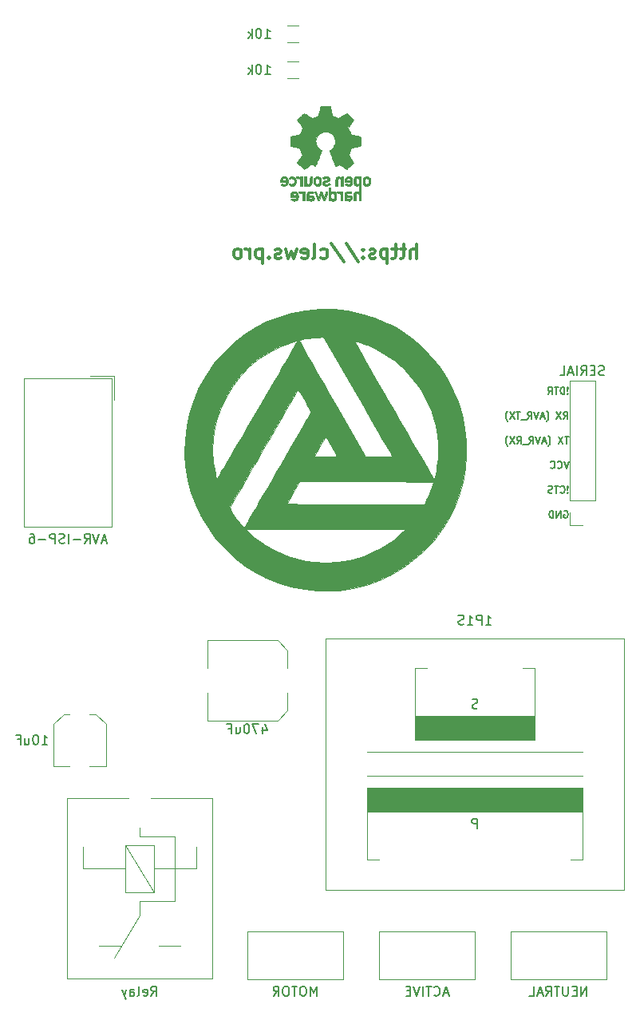
<source format=gbr>
G04 #@! TF.GenerationSoftware,KiCad,Pcbnew,5.1.5+dfsg1-2build2*
G04 #@! TF.CreationDate,2020-07-19T12:41:51+10:00*
G04 #@! TF.ProjectId,grinder_timer,6772696e-6465-4725-9f74-696d65722e6b,rev?*
G04 #@! TF.SameCoordinates,Original*
G04 #@! TF.FileFunction,Legend,Bot*
G04 #@! TF.FilePolarity,Positive*
%FSLAX46Y46*%
G04 Gerber Fmt 4.6, Leading zero omitted, Abs format (unit mm)*
G04 Created by KiCad (PCBNEW 5.1.5+dfsg1-2build2) date 2020-07-19 12:41:51*
%MOMM*%
%LPD*%
G04 APERTURE LIST*
%ADD10C,0.300000*%
%ADD11C,0.187500*%
%ADD12C,0.010000*%
%ADD13C,0.120000*%
%ADD14C,0.100000*%
%ADD15C,0.150000*%
G04 APERTURE END LIST*
D10*
X47142857Y80321428D02*
X47142857Y81821428D01*
X46500000Y80321428D02*
X46500000Y81107142D01*
X46571428Y81250000D01*
X46714285Y81321428D01*
X46928571Y81321428D01*
X47071428Y81250000D01*
X47142857Y81178571D01*
X46000000Y81321428D02*
X45428571Y81321428D01*
X45785714Y81821428D02*
X45785714Y80535714D01*
X45714285Y80392857D01*
X45571428Y80321428D01*
X45428571Y80321428D01*
X45142857Y81321428D02*
X44571428Y81321428D01*
X44928571Y81821428D02*
X44928571Y80535714D01*
X44857142Y80392857D01*
X44714285Y80321428D01*
X44571428Y80321428D01*
X44071428Y81321428D02*
X44071428Y79821428D01*
X44071428Y81250000D02*
X43928571Y81321428D01*
X43642857Y81321428D01*
X43500000Y81250000D01*
X43428571Y81178571D01*
X43357142Y81035714D01*
X43357142Y80607142D01*
X43428571Y80464285D01*
X43500000Y80392857D01*
X43642857Y80321428D01*
X43928571Y80321428D01*
X44071428Y80392857D01*
X42785714Y80392857D02*
X42642857Y80321428D01*
X42357142Y80321428D01*
X42214285Y80392857D01*
X42142857Y80535714D01*
X42142857Y80607142D01*
X42214285Y80750000D01*
X42357142Y80821428D01*
X42571428Y80821428D01*
X42714285Y80892857D01*
X42785714Y81035714D01*
X42785714Y81107142D01*
X42714285Y81250000D01*
X42571428Y81321428D01*
X42357142Y81321428D01*
X42214285Y81250000D01*
X41500000Y80464285D02*
X41428571Y80392857D01*
X41500000Y80321428D01*
X41571428Y80392857D01*
X41500000Y80464285D01*
X41500000Y80321428D01*
X41500000Y81250000D02*
X41428571Y81178571D01*
X41500000Y81107142D01*
X41571428Y81178571D01*
X41500000Y81250000D01*
X41500000Y81107142D01*
X39714285Y81892857D02*
X41000000Y79964285D01*
X38142857Y81892857D02*
X39428571Y79964285D01*
X37000000Y80392857D02*
X37142857Y80321428D01*
X37428571Y80321428D01*
X37571428Y80392857D01*
X37642857Y80464285D01*
X37714285Y80607142D01*
X37714285Y81035714D01*
X37642857Y81178571D01*
X37571428Y81250000D01*
X37428571Y81321428D01*
X37142857Y81321428D01*
X37000000Y81250000D01*
X36142857Y80321428D02*
X36285714Y80392857D01*
X36357142Y80535714D01*
X36357142Y81821428D01*
X35000000Y80392857D02*
X35142857Y80321428D01*
X35428571Y80321428D01*
X35571428Y80392857D01*
X35642857Y80535714D01*
X35642857Y81107142D01*
X35571428Y81250000D01*
X35428571Y81321428D01*
X35142857Y81321428D01*
X35000000Y81250000D01*
X34928571Y81107142D01*
X34928571Y80964285D01*
X35642857Y80821428D01*
X34428571Y81321428D02*
X34142857Y80321428D01*
X33857142Y81035714D01*
X33571428Y80321428D01*
X33285714Y81321428D01*
X32785714Y80392857D02*
X32642857Y80321428D01*
X32357142Y80321428D01*
X32214285Y80392857D01*
X32142857Y80535714D01*
X32142857Y80607142D01*
X32214285Y80750000D01*
X32357142Y80821428D01*
X32571428Y80821428D01*
X32714285Y80892857D01*
X32785714Y81035714D01*
X32785714Y81107142D01*
X32714285Y81250000D01*
X32571428Y81321428D01*
X32357142Y81321428D01*
X32214285Y81250000D01*
X31500000Y80464285D02*
X31428571Y80392857D01*
X31500000Y80321428D01*
X31571428Y80392857D01*
X31500000Y80464285D01*
X31500000Y80321428D01*
X30785714Y81321428D02*
X30785714Y79821428D01*
X30785714Y81250000D02*
X30642857Y81321428D01*
X30357142Y81321428D01*
X30214285Y81250000D01*
X30142857Y81178571D01*
X30071428Y81035714D01*
X30071428Y80607142D01*
X30142857Y80464285D01*
X30214285Y80392857D01*
X30357142Y80321428D01*
X30642857Y80321428D01*
X30785714Y80392857D01*
X29428571Y80321428D02*
X29428571Y81321428D01*
X29428571Y81035714D02*
X29357142Y81178571D01*
X29285714Y81250000D01*
X29142857Y81321428D01*
X29000000Y81321428D01*
X28285714Y80321428D02*
X28428571Y80392857D01*
X28500000Y80464285D01*
X28571428Y80607142D01*
X28571428Y81035714D01*
X28500000Y81178571D01*
X28428571Y81250000D01*
X28285714Y81321428D01*
X28071428Y81321428D01*
X27928571Y81250000D01*
X27857142Y81178571D01*
X27785714Y81035714D01*
X27785714Y80607142D01*
X27857142Y80464285D01*
X27928571Y80392857D01*
X28071428Y80321428D01*
X28285714Y80321428D01*
D11*
X63199553Y65984642D02*
X63163839Y65948928D01*
X63199553Y65913214D01*
X63235267Y65948928D01*
X63199553Y65984642D01*
X63199553Y65913214D01*
X63199553Y66198928D02*
X63235267Y66627500D01*
X63199553Y66663214D01*
X63163839Y66627500D01*
X63199553Y66198928D01*
X63199553Y66663214D01*
X62842410Y65913214D02*
X62842410Y66663214D01*
X62663839Y66663214D01*
X62556696Y66627500D01*
X62485267Y66556071D01*
X62449553Y66484642D01*
X62413839Y66341785D01*
X62413839Y66234642D01*
X62449553Y66091785D01*
X62485267Y66020357D01*
X62556696Y65948928D01*
X62663839Y65913214D01*
X62842410Y65913214D01*
X62199553Y66663214D02*
X61770982Y66663214D01*
X61985267Y65913214D02*
X61985267Y66663214D01*
X61092410Y65913214D02*
X61342410Y66270357D01*
X61520982Y65913214D02*
X61520982Y66663214D01*
X61235267Y66663214D01*
X61163839Y66627500D01*
X61128125Y66591785D01*
X61092410Y66520357D01*
X61092410Y66413214D01*
X61128125Y66341785D01*
X61163839Y66306071D01*
X61235267Y66270357D01*
X61520982Y66270357D01*
X62770982Y63288214D02*
X63020982Y63645357D01*
X63199553Y63288214D02*
X63199553Y64038214D01*
X62913839Y64038214D01*
X62842410Y64002500D01*
X62806696Y63966785D01*
X62770982Y63895357D01*
X62770982Y63788214D01*
X62806696Y63716785D01*
X62842410Y63681071D01*
X62913839Y63645357D01*
X63199553Y63645357D01*
X62520982Y64038214D02*
X62020982Y63288214D01*
X62020982Y64038214D02*
X62520982Y63288214D01*
X60949553Y63002500D02*
X60985267Y63038214D01*
X61056696Y63145357D01*
X61092410Y63216785D01*
X61128125Y63323928D01*
X61163839Y63502500D01*
X61163839Y63645357D01*
X61128125Y63823928D01*
X61092410Y63931071D01*
X61056696Y64002500D01*
X60985267Y64109642D01*
X60949553Y64145357D01*
X60699553Y63502500D02*
X60342410Y63502500D01*
X60770982Y63288214D02*
X60520982Y64038214D01*
X60270982Y63288214D01*
X60128125Y64038214D02*
X59878125Y63288214D01*
X59628125Y64038214D01*
X58949553Y63288214D02*
X59199553Y63645357D01*
X59378125Y63288214D02*
X59378125Y64038214D01*
X59092410Y64038214D01*
X59020982Y64002500D01*
X58985267Y63966785D01*
X58949553Y63895357D01*
X58949553Y63788214D01*
X58985267Y63716785D01*
X59020982Y63681071D01*
X59092410Y63645357D01*
X59378125Y63645357D01*
X58806696Y63216785D02*
X58235267Y63216785D01*
X58163839Y64038214D02*
X57735267Y64038214D01*
X57949553Y63288214D02*
X57949553Y64038214D01*
X57556696Y64038214D02*
X57056696Y63288214D01*
X57056696Y64038214D02*
X57556696Y63288214D01*
X56842410Y63002500D02*
X56806696Y63038214D01*
X56735267Y63145357D01*
X56699553Y63216785D01*
X56663839Y63323928D01*
X56628125Y63502500D01*
X56628125Y63645357D01*
X56663839Y63823928D01*
X56699553Y63931071D01*
X56735267Y64002500D01*
X56806696Y64109642D01*
X56842410Y64145357D01*
X63306696Y61413214D02*
X62878125Y61413214D01*
X63092410Y60663214D02*
X63092410Y61413214D01*
X62699553Y61413214D02*
X62199553Y60663214D01*
X62199553Y61413214D02*
X62699553Y60663214D01*
X61128125Y60377500D02*
X61163839Y60413214D01*
X61235267Y60520357D01*
X61270982Y60591785D01*
X61306696Y60698928D01*
X61342410Y60877500D01*
X61342410Y61020357D01*
X61306696Y61198928D01*
X61270982Y61306071D01*
X61235267Y61377500D01*
X61163839Y61484642D01*
X61128125Y61520357D01*
X60878125Y60877500D02*
X60520982Y60877500D01*
X60949553Y60663214D02*
X60699553Y61413214D01*
X60449553Y60663214D01*
X60306696Y61413214D02*
X60056696Y60663214D01*
X59806696Y61413214D01*
X59128125Y60663214D02*
X59378125Y61020357D01*
X59556696Y60663214D02*
X59556696Y61413214D01*
X59270982Y61413214D01*
X59199553Y61377500D01*
X59163839Y61341785D01*
X59128125Y61270357D01*
X59128125Y61163214D01*
X59163839Y61091785D01*
X59199553Y61056071D01*
X59270982Y61020357D01*
X59556696Y61020357D01*
X58985267Y60591785D02*
X58413839Y60591785D01*
X57806696Y60663214D02*
X58056696Y61020357D01*
X58235267Y60663214D02*
X58235267Y61413214D01*
X57949553Y61413214D01*
X57878125Y61377500D01*
X57842410Y61341785D01*
X57806696Y61270357D01*
X57806696Y61163214D01*
X57842410Y61091785D01*
X57878125Y61056071D01*
X57949553Y61020357D01*
X58235267Y61020357D01*
X57556696Y61413214D02*
X57056696Y60663214D01*
X57056696Y61413214D02*
X57556696Y60663214D01*
X56842410Y60377500D02*
X56806696Y60413214D01*
X56735267Y60520357D01*
X56699553Y60591785D01*
X56663839Y60698928D01*
X56628125Y60877500D01*
X56628125Y61020357D01*
X56663839Y61198928D01*
X56699553Y61306071D01*
X56735267Y61377500D01*
X56806696Y61484642D01*
X56842410Y61520357D01*
X63306696Y58788214D02*
X63056696Y58038214D01*
X62806696Y58788214D01*
X62128125Y58109642D02*
X62163839Y58073928D01*
X62270982Y58038214D01*
X62342410Y58038214D01*
X62449553Y58073928D01*
X62520982Y58145357D01*
X62556696Y58216785D01*
X62592410Y58359642D01*
X62592410Y58466785D01*
X62556696Y58609642D01*
X62520982Y58681071D01*
X62449553Y58752500D01*
X62342410Y58788214D01*
X62270982Y58788214D01*
X62163839Y58752500D01*
X62128125Y58716785D01*
X61378125Y58109642D02*
X61413839Y58073928D01*
X61520982Y58038214D01*
X61592410Y58038214D01*
X61699553Y58073928D01*
X61770982Y58145357D01*
X61806696Y58216785D01*
X61842410Y58359642D01*
X61842410Y58466785D01*
X61806696Y58609642D01*
X61770982Y58681071D01*
X61699553Y58752500D01*
X61592410Y58788214D01*
X61520982Y58788214D01*
X61413839Y58752500D01*
X61378125Y58716785D01*
X63199553Y55484642D02*
X63163839Y55448928D01*
X63199553Y55413214D01*
X63235267Y55448928D01*
X63199553Y55484642D01*
X63199553Y55413214D01*
X63199553Y55698928D02*
X63235267Y56127500D01*
X63199553Y56163214D01*
X63163839Y56127500D01*
X63199553Y55698928D01*
X63199553Y56163214D01*
X62413839Y55484642D02*
X62449553Y55448928D01*
X62556696Y55413214D01*
X62628125Y55413214D01*
X62735267Y55448928D01*
X62806696Y55520357D01*
X62842410Y55591785D01*
X62878125Y55734642D01*
X62878125Y55841785D01*
X62842410Y55984642D01*
X62806696Y56056071D01*
X62735267Y56127500D01*
X62628125Y56163214D01*
X62556696Y56163214D01*
X62449553Y56127500D01*
X62413839Y56091785D01*
X62199553Y56163214D02*
X61770982Y56163214D01*
X61985267Y55413214D02*
X61985267Y56163214D01*
X61556696Y55448928D02*
X61449553Y55413214D01*
X61270982Y55413214D01*
X61199553Y55448928D01*
X61163839Y55484642D01*
X61128125Y55556071D01*
X61128125Y55627500D01*
X61163839Y55698928D01*
X61199553Y55734642D01*
X61270982Y55770357D01*
X61413839Y55806071D01*
X61485267Y55841785D01*
X61520982Y55877500D01*
X61556696Y55948928D01*
X61556696Y56020357D01*
X61520982Y56091785D01*
X61485267Y56127500D01*
X61413839Y56163214D01*
X61235267Y56163214D01*
X61128125Y56127500D01*
X62806696Y53502500D02*
X62878125Y53538214D01*
X62985267Y53538214D01*
X63092410Y53502500D01*
X63163839Y53431071D01*
X63199553Y53359642D01*
X63235267Y53216785D01*
X63235267Y53109642D01*
X63199553Y52966785D01*
X63163839Y52895357D01*
X63092410Y52823928D01*
X62985267Y52788214D01*
X62913839Y52788214D01*
X62806696Y52823928D01*
X62770982Y52859642D01*
X62770982Y53109642D01*
X62913839Y53109642D01*
X62449553Y52788214D02*
X62449553Y53538214D01*
X62020982Y52788214D01*
X62020982Y53538214D01*
X61663839Y52788214D02*
X61663839Y53538214D01*
X61485267Y53538214D01*
X61378125Y53502500D01*
X61306696Y53431071D01*
X61270982Y53359642D01*
X61235267Y53216785D01*
X61235267Y53109642D01*
X61270982Y52966785D01*
X61306696Y52895357D01*
X61378125Y52823928D01*
X61485267Y52788214D01*
X61663839Y52788214D01*
D12*
G36*
X37488374Y96459209D02*
G01*
X37473062Y96459005D01*
X36984965Y96452166D01*
X36955816Y96326547D01*
X36940640Y96256171D01*
X36918986Y96149182D01*
X36893386Y96018400D01*
X36866376Y95876646D01*
X36857415Y95828730D01*
X36788164Y95456531D01*
X36698137Y95412178D01*
X36637819Y95384549D01*
X36544673Y95344305D01*
X36432575Y95297362D01*
X36340694Y95259814D01*
X36073277Y95151802D01*
X35661523Y95431410D01*
X35534076Y95517146D01*
X35420160Y95592248D01*
X35326490Y95652411D01*
X35259784Y95693333D01*
X35226759Y95710709D01*
X35225142Y95711018D01*
X35200583Y95694002D01*
X35146615Y95646575D01*
X35069046Y95574172D01*
X34973681Y95482225D01*
X34866326Y95376169D01*
X34851693Y95361529D01*
X34502873Y95012040D01*
X34712485Y94702034D01*
X34793044Y94583313D01*
X34869764Y94471006D01*
X34935354Y94375737D01*
X34982522Y94308127D01*
X34992551Y94294044D01*
X35034094Y94231522D01*
X35059401Y94184278D01*
X35063007Y94171533D01*
X35053374Y94139567D01*
X35027412Y94072064D01*
X34989526Y93979261D01*
X34944120Y93871391D01*
X34895598Y93758689D01*
X34848365Y93651389D01*
X34806825Y93559727D01*
X34775384Y93493936D01*
X34758769Y93464594D01*
X34728660Y93452867D01*
X34657152Y93433947D01*
X34552273Y93409688D01*
X34422052Y93381941D01*
X34274515Y93352560D01*
X34267261Y93351165D01*
X34103526Y93319397D01*
X33982439Y93294638D01*
X33897236Y93274768D01*
X33841154Y93257671D01*
X33807428Y93241229D01*
X33789295Y93223323D01*
X33779991Y93201837D01*
X33778969Y93198282D01*
X33772181Y93147574D01*
X33767120Y93057959D01*
X33763786Y92940748D01*
X33762176Y92807250D01*
X33762291Y92668776D01*
X33764129Y92536636D01*
X33767690Y92422140D01*
X33772973Y92336600D01*
X33779040Y92294278D01*
X33787727Y92271598D01*
X33804220Y92253125D01*
X33835456Y92236690D01*
X33888373Y92220124D01*
X33969907Y92201256D01*
X34086995Y92177919D01*
X34246573Y92147942D01*
X34247604Y92147750D01*
X34393420Y92119406D01*
X34522905Y92091859D01*
X34627604Y92067099D01*
X34699065Y92047115D01*
X34728224Y92034619D01*
X34747424Y92001952D01*
X34780824Y91931319D01*
X34824474Y91831609D01*
X34874424Y91711713D01*
X34901318Y91644992D01*
X35044902Y91284702D01*
X34501320Y90482374D01*
X34850917Y90132107D01*
X34959354Y90024525D01*
X35056337Y89930321D01*
X35136116Y89854916D01*
X35192944Y89803730D01*
X35221072Y89782182D01*
X35222384Y89781839D01*
X35249327Y89795258D01*
X35310687Y89832512D01*
X35399388Y89889095D01*
X35508355Y89960502D01*
X35616950Y90033076D01*
X35738601Y90114024D01*
X35846952Y90184128D01*
X35934762Y90238864D01*
X35994789Y90273704D01*
X36018930Y90284312D01*
X36053744Y90272904D01*
X36119294Y90242713D01*
X36202633Y90199785D01*
X36219716Y90190521D01*
X36301763Y90147780D01*
X36365411Y90118614D01*
X36399365Y90108091D01*
X36401812Y90108869D01*
X36414797Y90135605D01*
X36443915Y90202241D01*
X36486475Y90302246D01*
X36539788Y90429088D01*
X36601164Y90576233D01*
X36667912Y90737151D01*
X36737343Y90905308D01*
X36806766Y91074172D01*
X36873491Y91237212D01*
X36934828Y91387894D01*
X36988087Y91519688D01*
X37030578Y91626060D01*
X37059611Y91700478D01*
X37072495Y91736410D01*
X37072898Y91738428D01*
X37053795Y91763263D01*
X37003150Y91807763D01*
X36930954Y91863322D01*
X36912131Y91876917D01*
X36736736Y92029866D01*
X36602349Y92205477D01*
X36509627Y92397800D01*
X36459226Y92600886D01*
X36451800Y92808786D01*
X36488006Y93015552D01*
X36568498Y93215234D01*
X36693934Y93401883D01*
X36738509Y93452402D01*
X36910242Y93600929D01*
X37104818Y93705102D01*
X37319021Y93763530D01*
X37487438Y93776498D01*
X37706220Y93753336D01*
X37907061Y93687479D01*
X38086199Y93584371D01*
X38239872Y93449456D01*
X38364316Y93288180D01*
X38455771Y93105986D01*
X38510472Y92908318D01*
X38524658Y92700621D01*
X38494567Y92488339D01*
X38457976Y92372118D01*
X38358876Y92181067D01*
X38214203Y92006963D01*
X38066837Y91881752D01*
X37990363Y91822962D01*
X37932738Y91773626D01*
X37903676Y91742233D01*
X37901978Y91737689D01*
X37911214Y91710728D01*
X37937131Y91643933D01*
X37977041Y91543831D01*
X38028256Y91416952D01*
X38088088Y91269824D01*
X38153850Y91108977D01*
X38222853Y90940940D01*
X38292411Y90772242D01*
X38359835Y90609412D01*
X38422438Y90458979D01*
X38477531Y90327472D01*
X38522428Y90221419D01*
X38554439Y90147351D01*
X38570879Y90111795D01*
X38572107Y90109826D01*
X38597052Y90115579D01*
X38654541Y90140866D01*
X38733307Y90180620D01*
X38753620Y90191478D01*
X38839292Y90235752D01*
X38909813Y90268551D01*
X38952103Y90283872D01*
X38955874Y90284312D01*
X38985619Y90270793D01*
X39049434Y90233272D01*
X39140050Y90176309D01*
X39250195Y90104460D01*
X39356711Y90033076D01*
X39477440Y89952059D01*
X39584394Y89881909D01*
X39670454Y89827164D01*
X39728503Y89792363D01*
X39750766Y89781839D01*
X39774994Y89798851D01*
X39828670Y89846269D01*
X39906012Y89918670D01*
X40001241Y90010628D01*
X40108578Y90116719D01*
X40123960Y90132107D01*
X40473557Y90482374D01*
X40201765Y90883538D01*
X39929974Y91284702D01*
X40073558Y91644992D01*
X40125221Y91771869D01*
X40172614Y91883193D01*
X40211789Y91970058D01*
X40238792Y92023557D01*
X40246652Y92035173D01*
X40279884Y92049151D01*
X40354170Y92069721D01*
X40461058Y92094884D01*
X40592093Y92122641D01*
X40727409Y92148881D01*
X40887325Y92178924D01*
X41004702Y92202328D01*
X41086472Y92221250D01*
X41139565Y92237852D01*
X41170913Y92254291D01*
X41187449Y92272728D01*
X41195973Y92294855D01*
X41202720Y92345367D01*
X41207756Y92434791D01*
X41211082Y92551823D01*
X41212697Y92685158D01*
X41212601Y92823494D01*
X41210793Y92955525D01*
X41207274Y93069947D01*
X41202043Y93155456D01*
X41195987Y93197940D01*
X41186900Y93221021D01*
X41169365Y93239825D01*
X41136245Y93256662D01*
X41080405Y93273843D01*
X40994708Y93293678D01*
X40872020Y93318478D01*
X40752547Y93341513D01*
X40608726Y93369182D01*
X40479047Y93394447D01*
X40372884Y93415457D01*
X40299609Y93430362D01*
X40271714Y93436460D01*
X40246648Y93447692D01*
X40221040Y93472560D01*
X40191785Y93516900D01*
X40155775Y93586550D01*
X40109907Y93687345D01*
X40051075Y93825124D01*
X40001488Y93944347D01*
X39906152Y94175004D01*
X40139590Y94522190D01*
X40221701Y94643950D01*
X40297692Y94755968D01*
X40361548Y94849429D01*
X40407257Y94915520D01*
X40424052Y94939168D01*
X40475077Y95008960D01*
X40124383Y95360946D01*
X39991322Y95491953D01*
X39882896Y95593353D01*
X39801578Y95662981D01*
X39749842Y95698670D01*
X39733991Y95702882D01*
X39701534Y95686048D01*
X39634954Y95645212D01*
X39541423Y95584996D01*
X39428115Y95510020D01*
X39302205Y95424906D01*
X39297355Y95421593D01*
X38900418Y95150355D01*
X38570783Y95283430D01*
X38449547Y95333457D01*
X38343983Y95379046D01*
X38263464Y95416000D01*
X38217360Y95440119D01*
X38211423Y95444424D01*
X38197705Y95476913D01*
X38177220Y95550732D01*
X38151893Y95657720D01*
X38123649Y95789717D01*
X38094412Y95938563D01*
X38092667Y95947856D01*
X38063909Y96096853D01*
X38036776Y96228973D01*
X38013045Y96336210D01*
X37994494Y96410556D01*
X37982899Y96444006D01*
X37982397Y96444606D01*
X37951751Y96450842D01*
X37878950Y96455649D01*
X37772069Y96458798D01*
X37639184Y96460060D01*
X37488374Y96459209D01*
G37*
X37488374Y96459209D02*
X37473062Y96459005D01*
X36984965Y96452166D01*
X36955816Y96326547D01*
X36940640Y96256171D01*
X36918986Y96149182D01*
X36893386Y96018400D01*
X36866376Y95876646D01*
X36857415Y95828730D01*
X36788164Y95456531D01*
X36698137Y95412178D01*
X36637819Y95384549D01*
X36544673Y95344305D01*
X36432575Y95297362D01*
X36340694Y95259814D01*
X36073277Y95151802D01*
X35661523Y95431410D01*
X35534076Y95517146D01*
X35420160Y95592248D01*
X35326490Y95652411D01*
X35259784Y95693333D01*
X35226759Y95710709D01*
X35225142Y95711018D01*
X35200583Y95694002D01*
X35146615Y95646575D01*
X35069046Y95574172D01*
X34973681Y95482225D01*
X34866326Y95376169D01*
X34851693Y95361529D01*
X34502873Y95012040D01*
X34712485Y94702034D01*
X34793044Y94583313D01*
X34869764Y94471006D01*
X34935354Y94375737D01*
X34982522Y94308127D01*
X34992551Y94294044D01*
X35034094Y94231522D01*
X35059401Y94184278D01*
X35063007Y94171533D01*
X35053374Y94139567D01*
X35027412Y94072064D01*
X34989526Y93979261D01*
X34944120Y93871391D01*
X34895598Y93758689D01*
X34848365Y93651389D01*
X34806825Y93559727D01*
X34775384Y93493936D01*
X34758769Y93464594D01*
X34728660Y93452867D01*
X34657152Y93433947D01*
X34552273Y93409688D01*
X34422052Y93381941D01*
X34274515Y93352560D01*
X34267261Y93351165D01*
X34103526Y93319397D01*
X33982439Y93294638D01*
X33897236Y93274768D01*
X33841154Y93257671D01*
X33807428Y93241229D01*
X33789295Y93223323D01*
X33779991Y93201837D01*
X33778969Y93198282D01*
X33772181Y93147574D01*
X33767120Y93057959D01*
X33763786Y92940748D01*
X33762176Y92807250D01*
X33762291Y92668776D01*
X33764129Y92536636D01*
X33767690Y92422140D01*
X33772973Y92336600D01*
X33779040Y92294278D01*
X33787727Y92271598D01*
X33804220Y92253125D01*
X33835456Y92236690D01*
X33888373Y92220124D01*
X33969907Y92201256D01*
X34086995Y92177919D01*
X34246573Y92147942D01*
X34247604Y92147750D01*
X34393420Y92119406D01*
X34522905Y92091859D01*
X34627604Y92067099D01*
X34699065Y92047115D01*
X34728224Y92034619D01*
X34747424Y92001952D01*
X34780824Y91931319D01*
X34824474Y91831609D01*
X34874424Y91711713D01*
X34901318Y91644992D01*
X35044902Y91284702D01*
X34501320Y90482374D01*
X34850917Y90132107D01*
X34959354Y90024525D01*
X35056337Y89930321D01*
X35136116Y89854916D01*
X35192944Y89803730D01*
X35221072Y89782182D01*
X35222384Y89781839D01*
X35249327Y89795258D01*
X35310687Y89832512D01*
X35399388Y89889095D01*
X35508355Y89960502D01*
X35616950Y90033076D01*
X35738601Y90114024D01*
X35846952Y90184128D01*
X35934762Y90238864D01*
X35994789Y90273704D01*
X36018930Y90284312D01*
X36053744Y90272904D01*
X36119294Y90242713D01*
X36202633Y90199785D01*
X36219716Y90190521D01*
X36301763Y90147780D01*
X36365411Y90118614D01*
X36399365Y90108091D01*
X36401812Y90108869D01*
X36414797Y90135605D01*
X36443915Y90202241D01*
X36486475Y90302246D01*
X36539788Y90429088D01*
X36601164Y90576233D01*
X36667912Y90737151D01*
X36737343Y90905308D01*
X36806766Y91074172D01*
X36873491Y91237212D01*
X36934828Y91387894D01*
X36988087Y91519688D01*
X37030578Y91626060D01*
X37059611Y91700478D01*
X37072495Y91736410D01*
X37072898Y91738428D01*
X37053795Y91763263D01*
X37003150Y91807763D01*
X36930954Y91863322D01*
X36912131Y91876917D01*
X36736736Y92029866D01*
X36602349Y92205477D01*
X36509627Y92397800D01*
X36459226Y92600886D01*
X36451800Y92808786D01*
X36488006Y93015552D01*
X36568498Y93215234D01*
X36693934Y93401883D01*
X36738509Y93452402D01*
X36910242Y93600929D01*
X37104818Y93705102D01*
X37319021Y93763530D01*
X37487438Y93776498D01*
X37706220Y93753336D01*
X37907061Y93687479D01*
X38086199Y93584371D01*
X38239872Y93449456D01*
X38364316Y93288180D01*
X38455771Y93105986D01*
X38510472Y92908318D01*
X38524658Y92700621D01*
X38494567Y92488339D01*
X38457976Y92372118D01*
X38358876Y92181067D01*
X38214203Y92006963D01*
X38066837Y91881752D01*
X37990363Y91822962D01*
X37932738Y91773626D01*
X37903676Y91742233D01*
X37901978Y91737689D01*
X37911214Y91710728D01*
X37937131Y91643933D01*
X37977041Y91543831D01*
X38028256Y91416952D01*
X38088088Y91269824D01*
X38153850Y91108977D01*
X38222853Y90940940D01*
X38292411Y90772242D01*
X38359835Y90609412D01*
X38422438Y90458979D01*
X38477531Y90327472D01*
X38522428Y90221419D01*
X38554439Y90147351D01*
X38570879Y90111795D01*
X38572107Y90109826D01*
X38597052Y90115579D01*
X38654541Y90140866D01*
X38733307Y90180620D01*
X38753620Y90191478D01*
X38839292Y90235752D01*
X38909813Y90268551D01*
X38952103Y90283872D01*
X38955874Y90284312D01*
X38985619Y90270793D01*
X39049434Y90233272D01*
X39140050Y90176309D01*
X39250195Y90104460D01*
X39356711Y90033076D01*
X39477440Y89952059D01*
X39584394Y89881909D01*
X39670454Y89827164D01*
X39728503Y89792363D01*
X39750766Y89781839D01*
X39774994Y89798851D01*
X39828670Y89846269D01*
X39906012Y89918670D01*
X40001241Y90010628D01*
X40108578Y90116719D01*
X40123960Y90132107D01*
X40473557Y90482374D01*
X40201765Y90883538D01*
X39929974Y91284702D01*
X40073558Y91644992D01*
X40125221Y91771869D01*
X40172614Y91883193D01*
X40211789Y91970058D01*
X40238792Y92023557D01*
X40246652Y92035173D01*
X40279884Y92049151D01*
X40354170Y92069721D01*
X40461058Y92094884D01*
X40592093Y92122641D01*
X40727409Y92148881D01*
X40887325Y92178924D01*
X41004702Y92202328D01*
X41086472Y92221250D01*
X41139565Y92237852D01*
X41170913Y92254291D01*
X41187449Y92272728D01*
X41195973Y92294855D01*
X41202720Y92345367D01*
X41207756Y92434791D01*
X41211082Y92551823D01*
X41212697Y92685158D01*
X41212601Y92823494D01*
X41210793Y92955525D01*
X41207274Y93069947D01*
X41202043Y93155456D01*
X41195987Y93197940D01*
X41186900Y93221021D01*
X41169365Y93239825D01*
X41136245Y93256662D01*
X41080405Y93273843D01*
X40994708Y93293678D01*
X40872020Y93318478D01*
X40752547Y93341513D01*
X40608726Y93369182D01*
X40479047Y93394447D01*
X40372884Y93415457D01*
X40299609Y93430362D01*
X40271714Y93436460D01*
X40246648Y93447692D01*
X40221040Y93472560D01*
X40191785Y93516900D01*
X40155775Y93586550D01*
X40109907Y93687345D01*
X40051075Y93825124D01*
X40001488Y93944347D01*
X39906152Y94175004D01*
X40139590Y94522190D01*
X40221701Y94643950D01*
X40297692Y94755968D01*
X40361548Y94849429D01*
X40407257Y94915520D01*
X40424052Y94939168D01*
X40475077Y95008960D01*
X40124383Y95360946D01*
X39991322Y95491953D01*
X39882896Y95593353D01*
X39801578Y95662981D01*
X39749842Y95698670D01*
X39733991Y95702882D01*
X39701534Y95686048D01*
X39634954Y95645212D01*
X39541423Y95584996D01*
X39428115Y95510020D01*
X39302205Y95424906D01*
X39297355Y95421593D01*
X38900418Y95150355D01*
X38570783Y95283430D01*
X38449547Y95333457D01*
X38343983Y95379046D01*
X38263464Y95416000D01*
X38217360Y95440119D01*
X38211423Y95444424D01*
X38197705Y95476913D01*
X38177220Y95550732D01*
X38151893Y95657720D01*
X38123649Y95789717D01*
X38094412Y95938563D01*
X38092667Y95947856D01*
X38063909Y96096853D01*
X38036776Y96228973D01*
X38013045Y96336210D01*
X37994494Y96410556D01*
X37982899Y96444006D01*
X37982397Y96444606D01*
X37951751Y96450842D01*
X37878950Y96455649D01*
X37772069Y96458798D01*
X37639184Y96460060D01*
X37488374Y96459209D01*
G36*
X33004828Y88990159D02*
G01*
X32885831Y88935065D01*
X32781956Y88839221D01*
X32770134Y88823880D01*
X32732581Y88740521D01*
X32709928Y88614402D01*
X32707856Y88591486D01*
X32694505Y88425163D01*
X33334923Y88425163D01*
X33317680Y88356073D01*
X33271933Y88260043D01*
X33196515Y88200346D01*
X33099434Y88180068D01*
X32988695Y88202299D01*
X32956138Y88216656D01*
X32858660Y88264885D01*
X32787668Y88203820D01*
X32742805Y88162567D01*
X32733053Y88137749D01*
X32754887Y88113679D01*
X32765559Y88105412D01*
X32893894Y88035367D01*
X33038473Y88002236D01*
X33184187Y88007560D01*
X33310356Y88049877D01*
X33406973Y88124791D01*
X33471961Y88232546D01*
X33506851Y88376544D01*
X33514193Y88502991D01*
X33511486Y88611805D01*
X33506248Y88647458D01*
X33322505Y88647458D01*
X33315611Y88598920D01*
X33285453Y88588120D01*
X33218156Y88580037D01*
X33126809Y88576083D01*
X33101880Y88575905D01*
X33002323Y88576898D01*
X32942812Y88581654D01*
X32913159Y88592838D01*
X32903175Y88613114D01*
X32902374Y88628084D01*
X32922739Y88686462D01*
X32973125Y88749349D01*
X33037473Y88801229D01*
X33099719Y88826583D01*
X33108402Y88827141D01*
X33177641Y88809946D01*
X33243625Y88766314D01*
X33295524Y88708175D01*
X33322505Y88647458D01*
X33506248Y88647458D01*
X33500016Y88689866D01*
X33475593Y88756462D01*
X33448017Y88807486D01*
X33360540Y88913167D01*
X33251383Y88978988D01*
X33129745Y89004726D01*
X33004828Y88990159D01*
G37*
X33004828Y88990159D02*
X32885831Y88935065D01*
X32781956Y88839221D01*
X32770134Y88823880D01*
X32732581Y88740521D01*
X32709928Y88614402D01*
X32707856Y88591486D01*
X32694505Y88425163D01*
X33334923Y88425163D01*
X33317680Y88356073D01*
X33271933Y88260043D01*
X33196515Y88200346D01*
X33099434Y88180068D01*
X32988695Y88202299D01*
X32956138Y88216656D01*
X32858660Y88264885D01*
X32787668Y88203820D01*
X32742805Y88162567D01*
X32733053Y88137749D01*
X32754887Y88113679D01*
X32765559Y88105412D01*
X32893894Y88035367D01*
X33038473Y88002236D01*
X33184187Y88007560D01*
X33310356Y88049877D01*
X33406973Y88124791D01*
X33471961Y88232546D01*
X33506851Y88376544D01*
X33514193Y88502991D01*
X33511486Y88611805D01*
X33506248Y88647458D01*
X33322505Y88647458D01*
X33315611Y88598920D01*
X33285453Y88588120D01*
X33218156Y88580037D01*
X33126809Y88576083D01*
X33101880Y88575905D01*
X33002323Y88576898D01*
X32942812Y88581654D01*
X32913159Y88592838D01*
X32903175Y88613114D01*
X32902374Y88628084D01*
X32922739Y88686462D01*
X32973125Y88749349D01*
X33037473Y88801229D01*
X33099719Y88826583D01*
X33108402Y88827141D01*
X33177641Y88809946D01*
X33243625Y88766314D01*
X33295524Y88708175D01*
X33322505Y88647458D01*
X33506248Y88647458D01*
X33500016Y88689866D01*
X33475593Y88756462D01*
X33448017Y88807486D01*
X33360540Y88913167D01*
X33251383Y88978988D01*
X33129745Y89004726D01*
X33004828Y88990159D01*
G36*
X33757590Y88967680D02*
G01*
X33667190Y88915667D01*
X33575684Y88845873D01*
X33640823Y88780734D01*
X33686295Y88739160D01*
X33719824Y88730169D01*
X33764301Y88750131D01*
X33779112Y88758806D01*
X33887003Y88797696D01*
X33996228Y88793894D01*
X34092346Y88748183D01*
X34100627Y88741384D01*
X34137676Y88705285D01*
X34158845Y88666914D01*
X34168517Y88611297D01*
X34171074Y88523458D01*
X34171118Y88500534D01*
X34169463Y88404391D01*
X34161577Y88343488D01*
X34143076Y88302847D01*
X34109579Y88267495D01*
X34100627Y88259684D01*
X34006599Y88209852D01*
X33898030Y88201852D01*
X33789361Y88236466D01*
X33779112Y88242261D01*
X33728617Y88268618D01*
X33694551Y88266890D01*
X33654023Y88233450D01*
X33640823Y88220333D01*
X33575684Y88155195D01*
X33668587Y88084334D01*
X33773229Y88030947D01*
X33900401Y88004097D01*
X34028941Y88006224D01*
X34122116Y88032019D01*
X34231166Y88107266D01*
X34312150Y88215027D01*
X34363416Y88345071D01*
X34383312Y88487169D01*
X34370187Y88631089D01*
X34322390Y88766603D01*
X34256424Y88863979D01*
X34151945Y88947273D01*
X34025514Y88993063D01*
X33889829Y89000237D01*
X33757590Y88967680D01*
G37*
X33757590Y88967680D02*
X33667190Y88915667D01*
X33575684Y88845873D01*
X33640823Y88780734D01*
X33686295Y88739160D01*
X33719824Y88730169D01*
X33764301Y88750131D01*
X33779112Y88758806D01*
X33887003Y88797696D01*
X33996228Y88793894D01*
X34092346Y88748183D01*
X34100627Y88741384D01*
X34137676Y88705285D01*
X34158845Y88666914D01*
X34168517Y88611297D01*
X34171074Y88523458D01*
X34171118Y88500534D01*
X34169463Y88404391D01*
X34161577Y88343488D01*
X34143076Y88302847D01*
X34109579Y88267495D01*
X34100627Y88259684D01*
X34006599Y88209852D01*
X33898030Y88201852D01*
X33789361Y88236466D01*
X33779112Y88242261D01*
X33728617Y88268618D01*
X33694551Y88266890D01*
X33654023Y88233450D01*
X33640823Y88220333D01*
X33575684Y88155195D01*
X33668587Y88084334D01*
X33773229Y88030947D01*
X33900401Y88004097D01*
X34028941Y88006224D01*
X34122116Y88032019D01*
X34231166Y88107266D01*
X34312150Y88215027D01*
X34363416Y88345071D01*
X34383312Y88487169D01*
X34370187Y88631089D01*
X34322390Y88766603D01*
X34256424Y88863979D01*
X34151945Y88947273D01*
X34025514Y88993063D01*
X33889829Y89000237D01*
X33757590Y88967680D01*
G36*
X34871589Y88998760D02*
G01*
X34842521Y88981680D01*
X34836894Y88953128D01*
X34834719Y88921994D01*
X34819740Y88917106D01*
X34779277Y88938451D01*
X34755242Y88953035D01*
X34665076Y88988977D01*
X34563253Y89001646D01*
X34470096Y88990174D01*
X34420875Y88967281D01*
X34390093Y88941101D01*
X34388114Y88916017D01*
X34415733Y88873500D01*
X34425455Y88860506D01*
X34463296Y88817812D01*
X34504648Y88798501D01*
X34568857Y88795779D01*
X34604200Y88797742D01*
X34683172Y88799488D01*
X34731947Y88787091D01*
X34769994Y88754036D01*
X34783245Y88737826D01*
X34805198Y88705668D01*
X34820225Y88668438D01*
X34829614Y88616430D01*
X34834655Y88539938D01*
X34836636Y88429254D01*
X34836894Y88333842D01*
X34836894Y87998061D01*
X35037883Y87998061D01*
X35037883Y89003006D01*
X34937389Y89003006D01*
X34871589Y88998760D01*
G37*
X34871589Y88998760D02*
X34842521Y88981680D01*
X34836894Y88953128D01*
X34834719Y88921994D01*
X34819740Y88917106D01*
X34779277Y88938451D01*
X34755242Y88953035D01*
X34665076Y88988977D01*
X34563253Y89001646D01*
X34470096Y88990174D01*
X34420875Y88967281D01*
X34390093Y88941101D01*
X34388114Y88916017D01*
X34415733Y88873500D01*
X34425455Y88860506D01*
X34463296Y88817812D01*
X34504648Y88798501D01*
X34568857Y88795779D01*
X34604200Y88797742D01*
X34683172Y88799488D01*
X34731947Y88787091D01*
X34769994Y88754036D01*
X34783245Y88737826D01*
X34805198Y88705668D01*
X34820225Y88668438D01*
X34829614Y88616430D01*
X34834655Y88539938D01*
X34836636Y88429254D01*
X34836894Y88333842D01*
X34836894Y87998061D01*
X35037883Y87998061D01*
X35037883Y89003006D01*
X34937389Y89003006D01*
X34871589Y88998760D01*
G36*
X35263996Y87998061D02*
G01*
X35354281Y87998061D01*
X35420108Y88005415D01*
X35451793Y88032278D01*
X35457968Y88049312D01*
X35471202Y88084179D01*
X35493064Y88079638D01*
X35518171Y88058211D01*
X35590623Y88020717D01*
X35688203Y88004720D01*
X35790231Y88011065D01*
X35876027Y88040600D01*
X35880600Y88043374D01*
X35938164Y88083168D01*
X35980301Y88124951D01*
X36009388Y88177066D01*
X36027803Y88247857D01*
X36037924Y88345670D01*
X36042128Y88478846D01*
X36042829Y88612706D01*
X36042829Y89003006D01*
X35871643Y89003006D01*
X35853346Y88647880D01*
X35843225Y88486503D01*
X35830031Y88368703D01*
X35810866Y88287812D01*
X35782830Y88237160D01*
X35743023Y88210077D01*
X35688546Y88199895D01*
X35658214Y88199050D01*
X35593310Y88202225D01*
X35545916Y88216375D01*
X35512925Y88248438D01*
X35491228Y88305350D01*
X35477718Y88394050D01*
X35469285Y88521474D01*
X35464985Y88630333D01*
X35452423Y88990445D01*
X35358210Y88998242D01*
X35263996Y89006040D01*
X35263996Y87998061D01*
G37*
X35263996Y87998061D02*
X35354281Y87998061D01*
X35420108Y88005415D01*
X35451793Y88032278D01*
X35457968Y88049312D01*
X35471202Y88084179D01*
X35493064Y88079638D01*
X35518171Y88058211D01*
X35590623Y88020717D01*
X35688203Y88004720D01*
X35790231Y88011065D01*
X35876027Y88040600D01*
X35880600Y88043374D01*
X35938164Y88083168D01*
X35980301Y88124951D01*
X36009388Y88177066D01*
X36027803Y88247857D01*
X36037924Y88345670D01*
X36042128Y88478846D01*
X36042829Y88612706D01*
X36042829Y89003006D01*
X35871643Y89003006D01*
X35853346Y88647880D01*
X35843225Y88486503D01*
X35830031Y88368703D01*
X35810866Y88287812D01*
X35782830Y88237160D01*
X35743023Y88210077D01*
X35688546Y88199895D01*
X35658214Y88199050D01*
X35593310Y88202225D01*
X35545916Y88216375D01*
X35512925Y88248438D01*
X35491228Y88305350D01*
X35477718Y88394050D01*
X35469285Y88521474D01*
X35464985Y88630333D01*
X35452423Y88990445D01*
X35358210Y88998242D01*
X35263996Y89006040D01*
X35263996Y87998061D01*
G36*
X36505053Y88985089D02*
G01*
X36390945Y88924694D01*
X36297372Y88825009D01*
X36282862Y88801932D01*
X36255685Y88744569D01*
X36239940Y88677348D01*
X36233141Y88585357D01*
X36232367Y88499144D01*
X36240887Y88347599D01*
X36267530Y88233202D01*
X36316624Y88144789D01*
X36392494Y88071193D01*
X36400503Y88065124D01*
X36471722Y88031885D01*
X36569058Y88010378D01*
X36672887Y88002487D01*
X36763584Y88010098D01*
X36809100Y88025860D01*
X36926970Y88118972D01*
X37002248Y88237745D01*
X37024178Y88305912D01*
X37040731Y88420296D01*
X37041516Y88500534D01*
X36834223Y88500534D01*
X36832832Y88396611D01*
X36826661Y88330115D01*
X36812719Y88288257D01*
X36788012Y88258250D01*
X36774912Y88247077D01*
X36691026Y88207667D01*
X36593292Y88201892D01*
X36521169Y88223643D01*
X36481033Y88263740D01*
X36447999Y88326331D01*
X36447450Y88327887D01*
X36424189Y88435994D01*
X36423145Y88549415D01*
X36442024Y88654157D01*
X36478530Y88736227D01*
X36521169Y88777424D01*
X36611375Y88800756D01*
X36708460Y88788539D01*
X36774912Y88753990D01*
X36804591Y88725136D01*
X36822347Y88689386D01*
X36831173Y88633949D01*
X36834061Y88546039D01*
X36834223Y88500534D01*
X37041516Y88500534D01*
X37041969Y88546740D01*
X37029366Y88669069D01*
X37004393Y88771110D01*
X36976753Y88826922D01*
X36875548Y88927110D01*
X36756859Y88986639D01*
X36630193Y89005851D01*
X36505053Y88985089D01*
G37*
X36505053Y88985089D02*
X36390945Y88924694D01*
X36297372Y88825009D01*
X36282862Y88801932D01*
X36255685Y88744569D01*
X36239940Y88677348D01*
X36233141Y88585357D01*
X36232367Y88499144D01*
X36240887Y88347599D01*
X36267530Y88233202D01*
X36316624Y88144789D01*
X36392494Y88071193D01*
X36400503Y88065124D01*
X36471722Y88031885D01*
X36569058Y88010378D01*
X36672887Y88002487D01*
X36763584Y88010098D01*
X36809100Y88025860D01*
X36926970Y88118972D01*
X37002248Y88237745D01*
X37024178Y88305912D01*
X37040731Y88420296D01*
X37041516Y88500534D01*
X36834223Y88500534D01*
X36832832Y88396611D01*
X36826661Y88330115D01*
X36812719Y88288257D01*
X36788012Y88258250D01*
X36774912Y88247077D01*
X36691026Y88207667D01*
X36593292Y88201892D01*
X36521169Y88223643D01*
X36481033Y88263740D01*
X36447999Y88326331D01*
X36447450Y88327887D01*
X36424189Y88435994D01*
X36423145Y88549415D01*
X36442024Y88654157D01*
X36478530Y88736227D01*
X36521169Y88777424D01*
X36611375Y88800756D01*
X36708460Y88788539D01*
X36774912Y88753990D01*
X36804591Y88725136D01*
X36822347Y88689386D01*
X36831173Y88633949D01*
X36834061Y88546039D01*
X36834223Y88500534D01*
X37041516Y88500534D01*
X37041969Y88546740D01*
X37029366Y88669069D01*
X37004393Y88771110D01*
X36976753Y88826922D01*
X36875548Y88927110D01*
X36756859Y88986639D01*
X36630193Y89005851D01*
X36505053Y88985089D01*
G36*
X37419501Y88981232D02*
G01*
X37296955Y88941320D01*
X37238570Y88911885D01*
X37209032Y88890765D01*
X37206914Y88867000D01*
X37233259Y88823885D01*
X37245101Y88807160D01*
X37283373Y88758300D01*
X37314491Y88744884D01*
X37359514Y88760777D01*
X37376142Y88768976D01*
X37494809Y88812004D01*
X37601802Y88820096D01*
X37686401Y88792748D01*
X37698288Y88784133D01*
X37740472Y88734635D01*
X37740450Y88681993D01*
X37729415Y88656330D01*
X37709369Y88637746D01*
X37671179Y88623373D01*
X37605716Y88610342D01*
X37503848Y88595785D01*
X37439387Y88587420D01*
X37314965Y88552823D01*
X37228454Y88486857D01*
X37181663Y88391356D01*
X37173393Y88317427D01*
X37194925Y88196798D01*
X37257525Y88102664D01*
X37358201Y88037366D01*
X37493959Y88003248D01*
X37580845Y87998613D01*
X37689848Y88009608D01*
X37792529Y88037091D01*
X37814045Y88046118D01*
X37889401Y88084892D01*
X37952664Y88123321D01*
X37964787Y88132105D01*
X37996251Y88160031D01*
X37997108Y88184001D01*
X37965174Y88221598D01*
X37952004Y88234992D01*
X37888973Y88298846D01*
X37765600Y88236386D01*
X37640330Y88186815D01*
X37532937Y88177048D01*
X37437124Y88203652D01*
X37390238Y88236297D01*
X37377933Y88286672D01*
X37379414Y88310427D01*
X37385384Y88349496D01*
X37401065Y88374471D01*
X37437195Y88391063D01*
X37504508Y88404981D01*
X37579206Y88416689D01*
X37707948Y88439574D01*
X37796823Y88465613D01*
X37856160Y88500216D01*
X37896286Y88548795D01*
X37918701Y88594550D01*
X37944679Y88711656D01*
X37922472Y88818186D01*
X37853689Y88910306D01*
X37759169Y88974743D01*
X37667118Y88999937D01*
X37548392Y89001435D01*
X37419501Y88981232D01*
G37*
X37419501Y88981232D02*
X37296955Y88941320D01*
X37238570Y88911885D01*
X37209032Y88890765D01*
X37206914Y88867000D01*
X37233259Y88823885D01*
X37245101Y88807160D01*
X37283373Y88758300D01*
X37314491Y88744884D01*
X37359514Y88760777D01*
X37376142Y88768976D01*
X37494809Y88812004D01*
X37601802Y88820096D01*
X37686401Y88792748D01*
X37698288Y88784133D01*
X37740472Y88734635D01*
X37740450Y88681993D01*
X37729415Y88656330D01*
X37709369Y88637746D01*
X37671179Y88623373D01*
X37605716Y88610342D01*
X37503848Y88595785D01*
X37439387Y88587420D01*
X37314965Y88552823D01*
X37228454Y88486857D01*
X37181663Y88391356D01*
X37173393Y88317427D01*
X37194925Y88196798D01*
X37257525Y88102664D01*
X37358201Y88037366D01*
X37493959Y88003248D01*
X37580845Y87998613D01*
X37689848Y88009608D01*
X37792529Y88037091D01*
X37814045Y88046118D01*
X37889401Y88084892D01*
X37952664Y88123321D01*
X37964787Y88132105D01*
X37996251Y88160031D01*
X37997108Y88184001D01*
X37965174Y88221598D01*
X37952004Y88234992D01*
X37888973Y88298846D01*
X37765600Y88236386D01*
X37640330Y88186815D01*
X37532937Y88177048D01*
X37437124Y88203652D01*
X37390238Y88236297D01*
X37377933Y88286672D01*
X37379414Y88310427D01*
X37385384Y88349496D01*
X37401065Y88374471D01*
X37437195Y88391063D01*
X37504508Y88404981D01*
X37579206Y88416689D01*
X37707948Y88439574D01*
X37796823Y88465613D01*
X37856160Y88500216D01*
X37896286Y88548795D01*
X37918701Y88594550D01*
X37944679Y88711656D01*
X37922472Y88818186D01*
X37853689Y88910306D01*
X37759169Y88974743D01*
X37667118Y88999937D01*
X37548392Y89001435D01*
X37419501Y88981232D01*
G36*
X39192855Y88998760D02*
G01*
X39163787Y88981680D01*
X39158160Y88953128D01*
X39155985Y88921994D01*
X39141007Y88917106D01*
X39100544Y88938451D01*
X39076508Y88953035D01*
X38965158Y88995448D01*
X38847892Y88998028D01*
X38737313Y88964366D01*
X38646026Y88898052D01*
X38591366Y88814836D01*
X38574727Y88754412D01*
X38563483Y88662357D01*
X38557138Y88532468D01*
X38555193Y88363161D01*
X38555193Y87998061D01*
X38756182Y87998061D01*
X38756182Y88333842D01*
X38756900Y88472479D01*
X38759886Y88570522D01*
X38766390Y88637617D01*
X38777661Y88683405D01*
X38794948Y88717532D01*
X38808253Y88735820D01*
X38877223Y88787626D01*
X38963268Y88804608D01*
X39047753Y88785903D01*
X39097738Y88749213D01*
X39117372Y88721497D01*
X39131387Y88682850D01*
X39141024Y88624367D01*
X39147524Y88537145D01*
X39152129Y88412278D01*
X39153778Y88347235D01*
X39161958Y87998061D01*
X39359149Y87998061D01*
X39359149Y89003006D01*
X39258655Y89003006D01*
X39192855Y88998760D01*
G37*
X39192855Y88998760D02*
X39163787Y88981680D01*
X39158160Y88953128D01*
X39155985Y88921994D01*
X39141007Y88917106D01*
X39100544Y88938451D01*
X39076508Y88953035D01*
X38965158Y88995448D01*
X38847892Y88998028D01*
X38737313Y88964366D01*
X38646026Y88898052D01*
X38591366Y88814836D01*
X38574727Y88754412D01*
X38563483Y88662357D01*
X38557138Y88532468D01*
X38555193Y88363161D01*
X38555193Y87998061D01*
X38756182Y87998061D01*
X38756182Y88333842D01*
X38756900Y88472479D01*
X38759886Y88570522D01*
X38766390Y88637617D01*
X38777661Y88683405D01*
X38794948Y88717532D01*
X38808253Y88735820D01*
X38877223Y88787626D01*
X38963268Y88804608D01*
X39047753Y88785903D01*
X39097738Y88749213D01*
X39117372Y88721497D01*
X39131387Y88682850D01*
X39141024Y88624367D01*
X39147524Y88537145D01*
X39152129Y88412278D01*
X39153778Y88347235D01*
X39161958Y87998061D01*
X39359149Y87998061D01*
X39359149Y89003006D01*
X39258655Y89003006D01*
X39192855Y88998760D01*
G36*
X39841584Y88993887D02*
G01*
X39726057Y88946065D01*
X39624682Y88863310D01*
X39561884Y88751803D01*
X39535947Y88608162D01*
X39535015Y88570016D01*
X39535015Y88425163D01*
X39836498Y88425163D01*
X39963518Y88424848D01*
X40048664Y88422823D01*
X40100310Y88417464D01*
X40126829Y88407148D01*
X40136595Y88390253D01*
X40137982Y88366733D01*
X40120255Y88308051D01*
X40080246Y88254063D01*
X39986322Y88195973D01*
X39881601Y88186600D01*
X39778873Y88220769D01*
X39683562Y88270123D01*
X39617824Y88213578D01*
X39576335Y88167953D01*
X39573821Y88129170D01*
X39613400Y88089702D01*
X39686460Y88047949D01*
X39803458Y88010151D01*
X39936584Y88000326D01*
X40061896Y88019323D01*
X40100297Y88033297D01*
X40208211Y88107353D01*
X40284561Y88219196D01*
X40328257Y88366664D01*
X40338971Y88506965D01*
X40321936Y88653134D01*
X40137315Y88653134D01*
X40127778Y88611601D01*
X40082454Y88587628D01*
X39995942Y88577253D01*
X39925220Y88575905D01*
X39829021Y88576838D01*
X39772537Y88581758D01*
X39745243Y88593850D01*
X39736611Y88616296D01*
X39736004Y88633123D01*
X39756949Y88715824D01*
X39811251Y88776026D01*
X39886105Y88810934D01*
X39968710Y88817754D01*
X40046262Y88793689D01*
X40105960Y88735944D01*
X40116470Y88716191D01*
X40137315Y88653134D01*
X40321936Y88653134D01*
X40320344Y88666794D01*
X40268310Y88800667D01*
X40188644Y88904450D01*
X40087119Y88974004D01*
X39969507Y89005195D01*
X39841584Y88993887D01*
G37*
X39841584Y88993887D02*
X39726057Y88946065D01*
X39624682Y88863310D01*
X39561884Y88751803D01*
X39535947Y88608162D01*
X39535015Y88570016D01*
X39535015Y88425163D01*
X39836498Y88425163D01*
X39963518Y88424848D01*
X40048664Y88422823D01*
X40100310Y88417464D01*
X40126829Y88407148D01*
X40136595Y88390253D01*
X40137982Y88366733D01*
X40120255Y88308051D01*
X40080246Y88254063D01*
X39986322Y88195973D01*
X39881601Y88186600D01*
X39778873Y88220769D01*
X39683562Y88270123D01*
X39617824Y88213578D01*
X39576335Y88167953D01*
X39573821Y88129170D01*
X39613400Y88089702D01*
X39686460Y88047949D01*
X39803458Y88010151D01*
X39936584Y88000326D01*
X40061896Y88019323D01*
X40100297Y88033297D01*
X40208211Y88107353D01*
X40284561Y88219196D01*
X40328257Y88366664D01*
X40338971Y88506965D01*
X40321936Y88653134D01*
X40137315Y88653134D01*
X40127778Y88611601D01*
X40082454Y88587628D01*
X39995942Y88577253D01*
X39925220Y88575905D01*
X39829021Y88576838D01*
X39772537Y88581758D01*
X39745243Y88593850D01*
X39736611Y88616296D01*
X39736004Y88633123D01*
X39756949Y88715824D01*
X39811251Y88776026D01*
X39886105Y88810934D01*
X39968710Y88817754D01*
X40046262Y88793689D01*
X40105960Y88735944D01*
X40116470Y88716191D01*
X40137315Y88653134D01*
X40321936Y88653134D01*
X40320344Y88666794D01*
X40268310Y88800667D01*
X40188644Y88904450D01*
X40087119Y88974004D01*
X39969507Y89005195D01*
X39841584Y88993887D01*
G36*
X41736334Y88988219D02*
G01*
X41622593Y88930672D01*
X41528824Y88833552D01*
X41510672Y88805003D01*
X41479070Y88717693D01*
X41461471Y88599630D01*
X41457875Y88468321D01*
X41468283Y88341269D01*
X41492694Y88235979D01*
X41510672Y88196064D01*
X41595653Y88094760D01*
X41706022Y88026957D01*
X41830039Y87995610D01*
X41955962Y88003676D01*
X42072049Y88054108D01*
X42072758Y88054589D01*
X42153750Y88116146D01*
X42207942Y88178096D01*
X42240454Y88252572D01*
X42256403Y88351705D01*
X42260910Y88487628D01*
X42260930Y88500534D01*
X42059941Y88500534D01*
X42058549Y88396611D01*
X42052378Y88330115D01*
X42038436Y88288257D01*
X42013729Y88258250D01*
X42000629Y88247077D01*
X41916743Y88207667D01*
X41819009Y88201892D01*
X41746886Y88223643D01*
X41696015Y88276789D01*
X41663269Y88362627D01*
X41648646Y88466985D01*
X41652147Y88575692D01*
X41673772Y88674576D01*
X41713521Y88749463D01*
X41746886Y88777424D01*
X41837092Y88800756D01*
X41934177Y88788539D01*
X42000629Y88753990D01*
X42030308Y88725136D01*
X42048064Y88689386D01*
X42056890Y88633949D01*
X42059778Y88546039D01*
X42059941Y88500534D01*
X42260930Y88500534D01*
X42259444Y88620200D01*
X42253638Y88701947D01*
X42241485Y88758047D01*
X42220960Y88800774D01*
X42208372Y88819018D01*
X42106067Y88921594D01*
X41987204Y88983864D01*
X41860915Y89006011D01*
X41736334Y88988219D01*
G37*
X41736334Y88988219D02*
X41622593Y88930672D01*
X41528824Y88833552D01*
X41510672Y88805003D01*
X41479070Y88717693D01*
X41461471Y88599630D01*
X41457875Y88468321D01*
X41468283Y88341269D01*
X41492694Y88235979D01*
X41510672Y88196064D01*
X41595653Y88094760D01*
X41706022Y88026957D01*
X41830039Y87995610D01*
X41955962Y88003676D01*
X42072049Y88054108D01*
X42072758Y88054589D01*
X42153750Y88116146D01*
X42207942Y88178096D01*
X42240454Y88252572D01*
X42256403Y88351705D01*
X42260910Y88487628D01*
X42260930Y88500534D01*
X42059941Y88500534D01*
X42058549Y88396611D01*
X42052378Y88330115D01*
X42038436Y88288257D01*
X42013729Y88258250D01*
X42000629Y88247077D01*
X41916743Y88207667D01*
X41819009Y88201892D01*
X41746886Y88223643D01*
X41696015Y88276789D01*
X41663269Y88362627D01*
X41648646Y88466985D01*
X41652147Y88575692D01*
X41673772Y88674576D01*
X41713521Y88749463D01*
X41746886Y88777424D01*
X41837092Y88800756D01*
X41934177Y88788539D01*
X42000629Y88753990D01*
X42030308Y88725136D01*
X42048064Y88689386D01*
X42056890Y88633949D01*
X42059778Y88546039D01*
X42059941Y88500534D01*
X42260930Y88500534D01*
X42259444Y88620200D01*
X42253638Y88701947D01*
X42241485Y88758047D01*
X42220960Y88800774D01*
X42208372Y88819018D01*
X42106067Y88921594D01*
X41987204Y88983864D01*
X41860915Y89006011D01*
X41736334Y88988219D01*
G36*
X35123111Y87416155D02*
G01*
X35094103Y87399339D01*
X35088130Y87368146D01*
X35088130Y87316076D01*
X35021933Y87368146D01*
X34952196Y87401112D01*
X34858793Y87418716D01*
X34761861Y87419826D01*
X34681535Y87403307D01*
X34654828Y87388813D01*
X34632550Y87365109D01*
X34636720Y87337056D01*
X34670998Y87290325D01*
X34683939Y87274944D01*
X34731705Y87224054D01*
X34768499Y87206515D01*
X34812902Y87215037D01*
X34825179Y87219550D01*
X34915924Y87230731D01*
X34998453Y87200295D01*
X35056870Y87134418D01*
X35059748Y87128415D01*
X35071399Y87077465D01*
X35080563Y86987368D01*
X35086404Y86869200D01*
X35088130Y86753259D01*
X35088130Y86440395D01*
X35289120Y86440395D01*
X35289120Y87420217D01*
X35188625Y87420217D01*
X35123111Y87416155D01*
G37*
X35123111Y87416155D02*
X35094103Y87399339D01*
X35088130Y87368146D01*
X35088130Y87316076D01*
X35021933Y87368146D01*
X34952196Y87401112D01*
X34858793Y87418716D01*
X34761861Y87419826D01*
X34681535Y87403307D01*
X34654828Y87388813D01*
X34632550Y87365109D01*
X34636720Y87337056D01*
X34670998Y87290325D01*
X34683939Y87274944D01*
X34731705Y87224054D01*
X34768499Y87206515D01*
X34812902Y87215037D01*
X34825179Y87219550D01*
X34915924Y87230731D01*
X34998453Y87200295D01*
X35056870Y87134418D01*
X35059748Y87128415D01*
X35071399Y87077465D01*
X35080563Y86987368D01*
X35086404Y86869200D01*
X35088130Y86753259D01*
X35088130Y86440395D01*
X35289120Y86440395D01*
X35289120Y87420217D01*
X35188625Y87420217D01*
X35123111Y87416155D01*
G36*
X37561543Y87416172D02*
G01*
X37538277Y87401500D01*
X37517481Y87369850D01*
X37495956Y87314810D01*
X37470501Y87229972D01*
X37437918Y87108925D01*
X37399244Y86961409D01*
X37373007Y86865982D01*
X37350796Y86793587D01*
X37335875Y86754472D01*
X37332129Y86750633D01*
X37321173Y86776611D01*
X37297663Y86841302D01*
X37264774Y86935697D01*
X37225685Y87050788D01*
X37214620Y87083824D01*
X37170732Y87213757D01*
X37138158Y87303561D01*
X37112687Y87360894D01*
X37090109Y87393416D01*
X37066212Y87408784D01*
X37036787Y87414659D01*
X37032497Y87415109D01*
X37003085Y87416805D01*
X36980069Y87410292D01*
X36959472Y87388428D01*
X36937317Y87344069D01*
X36909629Y87270073D01*
X36872430Y87159297D01*
X36847153Y87082171D01*
X36806035Y86962016D01*
X36769471Y86865496D01*
X36740463Y86799809D01*
X36722012Y86772151D01*
X36718322Y86773234D01*
X36705486Y86808518D01*
X36683115Y86882003D01*
X36654262Y86983246D01*
X36621981Y87101804D01*
X36619148Y87112453D01*
X36537434Y87420217D01*
X36325347Y87420217D01*
X36480532Y86936587D01*
X36635718Y86452957D01*
X36818624Y86437543D01*
X36894047Y86683925D01*
X36927886Y86795851D01*
X36957600Y86896654D01*
X36979055Y86972181D01*
X36986282Y86999634D01*
X37004678Y87054112D01*
X37022163Y87080746D01*
X37035851Y87062517D01*
X37060149Y87004343D01*
X37091940Y86914617D01*
X37128110Y86801732D01*
X37138717Y86766719D01*
X37236202Y86440907D01*
X37327902Y86440651D01*
X37419601Y86440395D01*
X37557814Y86873778D01*
X37603356Y87016798D01*
X37644495Y87146399D01*
X37678417Y87253686D01*
X37702310Y87329765D01*
X37712763Y87363689D01*
X37718783Y87399740D01*
X37700353Y87415967D01*
X37645858Y87420144D01*
X37628284Y87420217D01*
X37590478Y87420274D01*
X37561543Y87416172D01*
G37*
X37561543Y87416172D02*
X37538277Y87401500D01*
X37517481Y87369850D01*
X37495956Y87314810D01*
X37470501Y87229972D01*
X37437918Y87108925D01*
X37399244Y86961409D01*
X37373007Y86865982D01*
X37350796Y86793587D01*
X37335875Y86754472D01*
X37332129Y86750633D01*
X37321173Y86776611D01*
X37297663Y86841302D01*
X37264774Y86935697D01*
X37225685Y87050788D01*
X37214620Y87083824D01*
X37170732Y87213757D01*
X37138158Y87303561D01*
X37112687Y87360894D01*
X37090109Y87393416D01*
X37066212Y87408784D01*
X37036787Y87414659D01*
X37032497Y87415109D01*
X37003085Y87416805D01*
X36980069Y87410292D01*
X36959472Y87388428D01*
X36937317Y87344069D01*
X36909629Y87270073D01*
X36872430Y87159297D01*
X36847153Y87082171D01*
X36806035Y86962016D01*
X36769471Y86865496D01*
X36740463Y86799809D01*
X36722012Y86772151D01*
X36718322Y86773234D01*
X36705486Y86808518D01*
X36683115Y86882003D01*
X36654262Y86983246D01*
X36621981Y87101804D01*
X36619148Y87112453D01*
X36537434Y87420217D01*
X36325347Y87420217D01*
X36480532Y86936587D01*
X36635718Y86452957D01*
X36818624Y86437543D01*
X36894047Y86683925D01*
X36927886Y86795851D01*
X36957600Y86896654D01*
X36979055Y86972181D01*
X36986282Y86999634D01*
X37004678Y87054112D01*
X37022163Y87080746D01*
X37035851Y87062517D01*
X37060149Y87004343D01*
X37091940Y86914617D01*
X37128110Y86801732D01*
X37138717Y86766719D01*
X37236202Y86440907D01*
X37327902Y86440651D01*
X37419601Y86440395D01*
X37557814Y86873778D01*
X37603356Y87016798D01*
X37644495Y87146399D01*
X37678417Y87253686D01*
X37702310Y87329765D01*
X37712763Y87363689D01*
X37718783Y87399740D01*
X37700353Y87415967D01*
X37645858Y87420144D01*
X37628284Y87420217D01*
X37590478Y87420274D01*
X37561543Y87416172D01*
G36*
X39138954Y87414176D02*
G01*
X39110038Y87393894D01*
X39107913Y87381886D01*
X39102873Y87358413D01*
X39078938Y87360303D01*
X39033790Y87381886D01*
X38951256Y87408812D01*
X38853635Y87418936D01*
X38761602Y87411923D01*
X38695834Y87387438D01*
X38695731Y87387363D01*
X38669759Y87363487D01*
X38670577Y87337767D01*
X38701146Y87294869D01*
X38717349Y87275421D01*
X38764819Y87225695D01*
X38802730Y87210167D01*
X38848729Y87220982D01*
X38944621Y87232297D01*
X39037497Y87195261D01*
X39063946Y87174677D01*
X39081818Y87152815D01*
X39094170Y87118357D01*
X39101971Y87062800D01*
X39106188Y86977641D01*
X39107788Y86854374D01*
X39107913Y86788232D01*
X39107913Y86440395D01*
X39308902Y86440395D01*
X39308902Y87420217D01*
X39208407Y87420217D01*
X39138954Y87414176D01*
G37*
X39138954Y87414176D02*
X39110038Y87393894D01*
X39107913Y87381886D01*
X39102873Y87358413D01*
X39078938Y87360303D01*
X39033790Y87381886D01*
X38951256Y87408812D01*
X38853635Y87418936D01*
X38761602Y87411923D01*
X38695834Y87387438D01*
X38695731Y87387363D01*
X38669759Y87363487D01*
X38670577Y87337767D01*
X38701146Y87294869D01*
X38717349Y87275421D01*
X38764819Y87225695D01*
X38802730Y87210167D01*
X38848729Y87220982D01*
X38944621Y87232297D01*
X39037497Y87195261D01*
X39063946Y87174677D01*
X39081818Y87152815D01*
X39094170Y87118357D01*
X39101971Y87062800D01*
X39106188Y86977641D01*
X39107788Y86854374D01*
X39107913Y86788232D01*
X39107913Y86440395D01*
X39308902Y86440395D01*
X39308902Y87420217D01*
X39208407Y87420217D01*
X39138954Y87414176D01*
G36*
X41112433Y88995653D02*
G01*
X41080749Y88968789D01*
X41074574Y88951755D01*
X41061157Y88916849D01*
X41038889Y88921870D01*
X41015136Y88942164D01*
X40941933Y88980446D01*
X40843685Y88997140D01*
X40741401Y88990745D01*
X40668631Y88966899D01*
X40594458Y88918044D01*
X40542986Y88855124D01*
X40510719Y88769125D01*
X40494164Y88651033D01*
X40489807Y88505567D01*
X40493865Y88352751D01*
X40508369Y88240106D01*
X40536619Y88158065D01*
X40581918Y88097061D01*
X40647566Y88047529D01*
X40647956Y88047291D01*
X40763400Y88004652D01*
X40885286Y88007826D01*
X40985905Y88048033D01*
X41067557Y88097817D01*
X41067557Y87343556D01*
X40993434Y87381886D01*
X40920682Y87406096D01*
X40830397Y87419360D01*
X40804637Y87420217D01*
X40723849Y87413481D01*
X40660666Y87386439D01*
X40596120Y87334277D01*
X40502275Y87248337D01*
X40486255Y86440395D01*
X40690702Y86440395D01*
X40690702Y86776781D01*
X40691552Y86916981D01*
X40694842Y87016260D01*
X40701681Y87083927D01*
X40713178Y87129291D01*
X40730443Y87161661D01*
X40737713Y87171222D01*
X40803385Y87216379D01*
X40888633Y87229714D01*
X40973489Y87210406D01*
X41016060Y87182673D01*
X41036718Y87160114D01*
X41050997Y87130369D01*
X41060059Y87084547D01*
X41065064Y87013754D01*
X41067173Y86909097D01*
X41067557Y86788232D01*
X41067557Y86440395D01*
X41268546Y86440395D01*
X41268546Y88500534D01*
X41067557Y88500534D01*
X41061050Y88369193D01*
X41038778Y88280131D01*
X40996614Y88226745D01*
X40930431Y88202432D01*
X40879129Y88199050D01*
X40789658Y88217149D01*
X40740949Y88249297D01*
X40714805Y88283851D01*
X40699443Y88331335D01*
X40692279Y88404681D01*
X40690702Y88500534D01*
X40697209Y88631874D01*
X40719481Y88720936D01*
X40761645Y88774322D01*
X40827828Y88798635D01*
X40879129Y88802017D01*
X40961217Y88791606D01*
X41016881Y88755971D01*
X41050247Y88688508D01*
X41065443Y88582617D01*
X41067557Y88500534D01*
X41268546Y88500534D01*
X41268546Y89003006D01*
X41178261Y89003006D01*
X41112433Y88995653D01*
G37*
X41112433Y88995653D02*
X41080749Y88968789D01*
X41074574Y88951755D01*
X41061157Y88916849D01*
X41038889Y88921870D01*
X41015136Y88942164D01*
X40941933Y88980446D01*
X40843685Y88997140D01*
X40741401Y88990745D01*
X40668631Y88966899D01*
X40594458Y88918044D01*
X40542986Y88855124D01*
X40510719Y88769125D01*
X40494164Y88651033D01*
X40489807Y88505567D01*
X40493865Y88352751D01*
X40508369Y88240106D01*
X40536619Y88158065D01*
X40581918Y88097061D01*
X40647566Y88047529D01*
X40647956Y88047291D01*
X40763400Y88004652D01*
X40885286Y88007826D01*
X40985905Y88048033D01*
X41067557Y88097817D01*
X41067557Y87343556D01*
X40993434Y87381886D01*
X40920682Y87406096D01*
X40830397Y87419360D01*
X40804637Y87420217D01*
X40723849Y87413481D01*
X40660666Y87386439D01*
X40596120Y87334277D01*
X40502275Y87248337D01*
X40486255Y86440395D01*
X40690702Y86440395D01*
X40690702Y86776781D01*
X40691552Y86916981D01*
X40694842Y87016260D01*
X40701681Y87083927D01*
X40713178Y87129291D01*
X40730443Y87161661D01*
X40737713Y87171222D01*
X40803385Y87216379D01*
X40888633Y87229714D01*
X40973489Y87210406D01*
X41016060Y87182673D01*
X41036718Y87160114D01*
X41050997Y87130369D01*
X41060059Y87084547D01*
X41065064Y87013754D01*
X41067173Y86909097D01*
X41067557Y86788232D01*
X41067557Y86440395D01*
X41268546Y86440395D01*
X41268546Y88500534D01*
X41067557Y88500534D01*
X41061050Y88369193D01*
X41038778Y88280131D01*
X40996614Y88226745D01*
X40930431Y88202432D01*
X40879129Y88199050D01*
X40789658Y88217149D01*
X40740949Y88249297D01*
X40714805Y88283851D01*
X40699443Y88331335D01*
X40692279Y88404681D01*
X40690702Y88500534D01*
X40697209Y88631874D01*
X40719481Y88720936D01*
X40761645Y88774322D01*
X40827828Y88798635D01*
X40879129Y88802017D01*
X40961217Y88791606D01*
X41016881Y88755971D01*
X41050247Y88688508D01*
X41065443Y88582617D01*
X41067557Y88500534D01*
X41268546Y88500534D01*
X41268546Y89003006D01*
X41178261Y89003006D01*
X41112433Y88995653D01*
G36*
X34095747Y87414144D02*
G01*
X33973035Y87363496D01*
X33877766Y87273859D01*
X33813443Y87150417D01*
X33783564Y86998355D01*
X33781841Y86949149D01*
X33781701Y86842373D01*
X34095747Y86842373D01*
X34241168Y86840304D01*
X34343162Y86834237D01*
X34399204Y86824385D01*
X34409792Y86816002D01*
X34395004Y86762092D01*
X34359815Y86698454D01*
X34317987Y86647284D01*
X34295610Y86631867D01*
X34214837Y86616954D01*
X34120537Y86621063D01*
X34038224Y86642058D01*
X34013202Y86655513D01*
X33972111Y86678731D01*
X33936359Y86675337D01*
X33884291Y86642871D01*
X33880952Y86640499D01*
X33832904Y86601199D01*
X33822424Y86572354D01*
X33837188Y86547018D01*
X33918916Y86482933D01*
X34031663Y86440234D01*
X34159495Y86422421D01*
X34286477Y86432992D01*
X34318862Y86441260D01*
X34436366Y86500731D01*
X34522340Y86598490D01*
X34575886Y86732992D01*
X34596105Y86902695D01*
X34596256Y86917744D01*
X34583663Y87049020D01*
X34403195Y87049020D01*
X34377484Y87028938D01*
X34315668Y87020241D01*
X34211066Y87018250D01*
X34196241Y87018239D01*
X34085688Y87021210D01*
X34012640Y87029633D01*
X33983040Y87042775D01*
X33982690Y87044610D01*
X33997479Y87098520D01*
X34032668Y87162158D01*
X34074496Y87213329D01*
X34096872Y87228745D01*
X34201498Y87247635D01*
X34293343Y87223882D01*
X34362129Y87160712D01*
X34373036Y87142060D01*
X34399485Y87085167D01*
X34403195Y87049020D01*
X34583663Y87049020D01*
X34579601Y87091355D01*
X34530488Y87231858D01*
X34451734Y87336456D01*
X34346158Y87402355D01*
X34216578Y87426759D01*
X34095747Y87414144D01*
G37*
X34095747Y87414144D02*
X33973035Y87363496D01*
X33877766Y87273859D01*
X33813443Y87150417D01*
X33783564Y86998355D01*
X33781841Y86949149D01*
X33781701Y86842373D01*
X34095747Y86842373D01*
X34241168Y86840304D01*
X34343162Y86834237D01*
X34399204Y86824385D01*
X34409792Y86816002D01*
X34395004Y86762092D01*
X34359815Y86698454D01*
X34317987Y86647284D01*
X34295610Y86631867D01*
X34214837Y86616954D01*
X34120537Y86621063D01*
X34038224Y86642058D01*
X34013202Y86655513D01*
X33972111Y86678731D01*
X33936359Y86675337D01*
X33884291Y86642871D01*
X33880952Y86640499D01*
X33832904Y86601199D01*
X33822424Y86572354D01*
X33837188Y86547018D01*
X33918916Y86482933D01*
X34031663Y86440234D01*
X34159495Y86422421D01*
X34286477Y86432992D01*
X34318862Y86441260D01*
X34436366Y86500731D01*
X34522340Y86598490D01*
X34575886Y86732992D01*
X34596105Y86902695D01*
X34596256Y86917744D01*
X34583663Y87049020D01*
X34403195Y87049020D01*
X34377484Y87028938D01*
X34315668Y87020241D01*
X34211066Y87018250D01*
X34196241Y87018239D01*
X34085688Y87021210D01*
X34012640Y87029633D01*
X33983040Y87042775D01*
X33982690Y87044610D01*
X33997479Y87098520D01*
X34032668Y87162158D01*
X34074496Y87213329D01*
X34096872Y87228745D01*
X34201498Y87247635D01*
X34293343Y87223882D01*
X34362129Y87160712D01*
X34373036Y87142060D01*
X34399485Y87085167D01*
X34403195Y87049020D01*
X34583663Y87049020D01*
X34579601Y87091355D01*
X34530488Y87231858D01*
X34451734Y87336456D01*
X34346158Y87402355D01*
X34216578Y87426759D01*
X34095747Y87414144D01*
G36*
X35731453Y87405196D02*
G01*
X35666252Y87382675D01*
X35612875Y87351755D01*
X35573755Y87317041D01*
X35546699Y87270606D01*
X35529513Y87204520D01*
X35520005Y87110857D01*
X35515980Y86981686D01*
X35515232Y86836783D01*
X35515232Y86440395D01*
X35615727Y86440395D01*
X35678661Y86445638D01*
X35713662Y86458734D01*
X35716221Y86464029D01*
X35735099Y86470374D01*
X35780976Y86453837D01*
X35785311Y86451622D01*
X35881402Y86424009D01*
X36005897Y86421869D01*
X36086582Y86432974D01*
X36139866Y86457311D01*
X36202534Y86504357D01*
X36218481Y86519418D01*
X36267622Y86578445D01*
X36289578Y86640285D01*
X36294065Y86715300D01*
X36288342Y86756463D01*
X36115224Y86756463D01*
X36110883Y86692629D01*
X36077026Y86645118D01*
X36074233Y86643397D01*
X36017950Y86626126D01*
X35937614Y86618327D01*
X35852344Y86619825D01*
X35781259Y86630443D01*
X35746370Y86646409D01*
X35725301Y86691223D01*
X35716229Y86757606D01*
X35716221Y86759465D01*
X35716221Y86842373D01*
X35887062Y86842373D01*
X35984646Y86837966D01*
X36057035Y86826112D01*
X36088051Y86812225D01*
X36115224Y86756463D01*
X36288342Y86756463D01*
X36277978Y86830990D01*
X36227804Y86917106D01*
X36140677Y86975650D01*
X36013732Y87008624D01*
X35860682Y87018099D01*
X35716221Y87018239D01*
X35716221Y87105288D01*
X35729417Y87181073D01*
X35764817Y87218344D01*
X35842050Y87239832D01*
X35939455Y87241833D01*
X36030959Y87224506D01*
X36051100Y87216612D01*
X36107189Y87202599D01*
X36162617Y87222500D01*
X36177900Y87232063D01*
X36229341Y87273238D01*
X36236985Y87307821D01*
X36199691Y87345818D01*
X36162166Y87370245D01*
X36077309Y87401986D01*
X35964081Y87418721D01*
X35842217Y87419956D01*
X35731453Y87405196D01*
G37*
X35731453Y87405196D02*
X35666252Y87382675D01*
X35612875Y87351755D01*
X35573755Y87317041D01*
X35546699Y87270606D01*
X35529513Y87204520D01*
X35520005Y87110857D01*
X35515980Y86981686D01*
X35515232Y86836783D01*
X35515232Y86440395D01*
X35615727Y86440395D01*
X35678661Y86445638D01*
X35713662Y86458734D01*
X35716221Y86464029D01*
X35735099Y86470374D01*
X35780976Y86453837D01*
X35785311Y86451622D01*
X35881402Y86424009D01*
X36005897Y86421869D01*
X36086582Y86432974D01*
X36139866Y86457311D01*
X36202534Y86504357D01*
X36218481Y86519418D01*
X36267622Y86578445D01*
X36289578Y86640285D01*
X36294065Y86715300D01*
X36288342Y86756463D01*
X36115224Y86756463D01*
X36110883Y86692629D01*
X36077026Y86645118D01*
X36074233Y86643397D01*
X36017950Y86626126D01*
X35937614Y86618327D01*
X35852344Y86619825D01*
X35781259Y86630443D01*
X35746370Y86646409D01*
X35725301Y86691223D01*
X35716229Y86757606D01*
X35716221Y86759465D01*
X35716221Y86842373D01*
X35887062Y86842373D01*
X35984646Y86837966D01*
X36057035Y86826112D01*
X36088051Y86812225D01*
X36115224Y86756463D01*
X36288342Y86756463D01*
X36277978Y86830990D01*
X36227804Y86917106D01*
X36140677Y86975650D01*
X36013732Y87008624D01*
X35860682Y87018099D01*
X35716221Y87018239D01*
X35716221Y87105288D01*
X35729417Y87181073D01*
X35764817Y87218344D01*
X35842050Y87239832D01*
X35939455Y87241833D01*
X36030959Y87224506D01*
X36051100Y87216612D01*
X36107189Y87202599D01*
X36162617Y87222500D01*
X36177900Y87232063D01*
X36229341Y87273238D01*
X36236985Y87307821D01*
X36199691Y87345818D01*
X36162166Y87370245D01*
X36077309Y87401986D01*
X35964081Y87418721D01*
X35842217Y87419956D01*
X35731453Y87405196D01*
G36*
X37851731Y86440395D02*
G01*
X37952225Y86440395D01*
X38024447Y86447595D01*
X38052163Y86470067D01*
X38052720Y86475372D01*
X38061983Y86493239D01*
X38096245Y86486168D01*
X38145965Y86462810D01*
X38259476Y86422353D01*
X38367343Y86425419D01*
X38447923Y86452519D01*
X38521289Y86495267D01*
X38573142Y86554819D01*
X38606563Y86639194D01*
X38624636Y86756410D01*
X38630443Y86914486D01*
X38630452Y86918886D01*
X38429575Y86918886D01*
X38427501Y86811940D01*
X38419570Y86742253D01*
X38403218Y86696943D01*
X38379327Y86666508D01*
X38303425Y86622395D01*
X38216327Y86617863D01*
X38136183Y86651855D01*
X38104791Y86682458D01*
X38075672Y86730555D01*
X38059547Y86791743D01*
X38053222Y86881265D01*
X38052720Y86930911D01*
X38060095Y87058834D01*
X38085154Y87146253D01*
X38132296Y87201121D01*
X38205920Y87231393D01*
X38220639Y87234522D01*
X38286262Y87237253D01*
X38340087Y87208662D01*
X38365100Y87185492D01*
X38397650Y87148231D01*
X38416967Y87107716D01*
X38426433Y87049961D01*
X38429429Y86960982D01*
X38429575Y86918886D01*
X38630452Y86918886D01*
X38630470Y86927341D01*
X38629078Y87055642D01*
X38623682Y87145551D01*
X38612608Y87208868D01*
X38594181Y87257395D01*
X38580094Y87282397D01*
X38503924Y87362416D01*
X38401818Y87412129D01*
X38289145Y87427945D01*
X38181273Y87406275D01*
X38140894Y87385000D01*
X38092634Y87356090D01*
X38066166Y87344846D01*
X38060388Y87368149D01*
X38055854Y87430784D01*
X38053178Y87521839D01*
X38052720Y87583521D01*
X38052720Y87822195D01*
X37851731Y87822195D01*
X37851731Y86440395D01*
G37*
X37851731Y86440395D02*
X37952225Y86440395D01*
X38024447Y86447595D01*
X38052163Y86470067D01*
X38052720Y86475372D01*
X38061983Y86493239D01*
X38096245Y86486168D01*
X38145965Y86462810D01*
X38259476Y86422353D01*
X38367343Y86425419D01*
X38447923Y86452519D01*
X38521289Y86495267D01*
X38573142Y86554819D01*
X38606563Y86639194D01*
X38624636Y86756410D01*
X38630443Y86914486D01*
X38630452Y86918886D01*
X38429575Y86918886D01*
X38427501Y86811940D01*
X38419570Y86742253D01*
X38403218Y86696943D01*
X38379327Y86666508D01*
X38303425Y86622395D01*
X38216327Y86617863D01*
X38136183Y86651855D01*
X38104791Y86682458D01*
X38075672Y86730555D01*
X38059547Y86791743D01*
X38053222Y86881265D01*
X38052720Y86930911D01*
X38060095Y87058834D01*
X38085154Y87146253D01*
X38132296Y87201121D01*
X38205920Y87231393D01*
X38220639Y87234522D01*
X38286262Y87237253D01*
X38340087Y87208662D01*
X38365100Y87185492D01*
X38397650Y87148231D01*
X38416967Y87107716D01*
X38426433Y87049961D01*
X38429429Y86960982D01*
X38429575Y86918886D01*
X38630452Y86918886D01*
X38630470Y86927341D01*
X38629078Y87055642D01*
X38623682Y87145551D01*
X38612608Y87208868D01*
X38594181Y87257395D01*
X38580094Y87282397D01*
X38503924Y87362416D01*
X38401818Y87412129D01*
X38289145Y87427945D01*
X38181273Y87406275D01*
X38140894Y87385000D01*
X38092634Y87356090D01*
X38066166Y87344846D01*
X38060388Y87368149D01*
X38055854Y87430784D01*
X38053178Y87521839D01*
X38052720Y87583521D01*
X38052720Y87822195D01*
X37851731Y87822195D01*
X37851731Y86440395D01*
G36*
X39858367Y87422360D02*
G01*
X39747993Y87400885D01*
X39708500Y87385679D01*
X39652518Y87355775D01*
X39611127Y87321664D01*
X39581917Y87275527D01*
X39562479Y87209545D01*
X39550405Y87115898D01*
X39543284Y86986767D01*
X39539171Y86836092D01*
X39530600Y86440395D01*
X39633302Y86440395D01*
X39701986Y86445482D01*
X39732022Y86463669D01*
X39736004Y86481974D01*
X39740172Y86508243D01*
X39760610Y86500247D01*
X39785997Y86478311D01*
X39853507Y86443577D01*
X39948683Y86425351D01*
X40051198Y86425260D01*
X40140724Y86444933D01*
X40150544Y86449117D01*
X40248247Y86517085D01*
X40311946Y86609199D01*
X40337482Y86714109D01*
X40334569Y86732573D01*
X40149133Y86732573D01*
X40135431Y86689405D01*
X40123663Y86671624D01*
X40092744Y86639403D01*
X40047841Y86622568D01*
X39973712Y86616611D01*
X39936452Y86616261D01*
X39848011Y86619407D01*
X39796147Y86631338D01*
X39767442Y86655790D01*
X39762011Y86664856D01*
X39741490Y86728605D01*
X39736004Y86779013D01*
X39737941Y86812912D01*
X39750982Y86831955D01*
X39785976Y86839664D01*
X39853769Y86839560D01*
X39915195Y86837193D01*
X40014242Y86830629D01*
X40075739Y86818664D01*
X40112346Y86797806D01*
X40128414Y86778399D01*
X40149133Y86732573D01*
X40334569Y86732573D01*
X40320698Y86820466D01*
X40301318Y86860677D01*
X40254021Y86925301D01*
X40195460Y86968436D01*
X40114180Y86994968D01*
X39998724Y87009783D01*
X39943274Y87013369D01*
X39736004Y87024540D01*
X39736004Y87094966D01*
X39749674Y87161819D01*
X39775484Y87204872D01*
X39830424Y87231648D01*
X39914109Y87243343D01*
X40007159Y87239337D01*
X40090197Y87219009D01*
X40099012Y87215242D01*
X40154136Y87199603D01*
X40198703Y87219271D01*
X40213251Y87231697D01*
X40255607Y87282497D01*
X40253229Y87325000D01*
X40204370Y87368505D01*
X40185318Y87380255D01*
X40096961Y87411819D01*
X39981333Y87425929D01*
X39858367Y87422360D01*
G37*
X39858367Y87422360D02*
X39747993Y87400885D01*
X39708500Y87385679D01*
X39652518Y87355775D01*
X39611127Y87321664D01*
X39581917Y87275527D01*
X39562479Y87209545D01*
X39550405Y87115898D01*
X39543284Y86986767D01*
X39539171Y86836092D01*
X39530600Y86440395D01*
X39633302Y86440395D01*
X39701986Y86445482D01*
X39732022Y86463669D01*
X39736004Y86481974D01*
X39740172Y86508243D01*
X39760610Y86500247D01*
X39785997Y86478311D01*
X39853507Y86443577D01*
X39948683Y86425351D01*
X40051198Y86425260D01*
X40140724Y86444933D01*
X40150544Y86449117D01*
X40248247Y86517085D01*
X40311946Y86609199D01*
X40337482Y86714109D01*
X40334569Y86732573D01*
X40149133Y86732573D01*
X40135431Y86689405D01*
X40123663Y86671624D01*
X40092744Y86639403D01*
X40047841Y86622568D01*
X39973712Y86616611D01*
X39936452Y86616261D01*
X39848011Y86619407D01*
X39796147Y86631338D01*
X39767442Y86655790D01*
X39762011Y86664856D01*
X39741490Y86728605D01*
X39736004Y86779013D01*
X39737941Y86812912D01*
X39750982Y86831955D01*
X39785976Y86839664D01*
X39853769Y86839560D01*
X39915195Y86837193D01*
X40014242Y86830629D01*
X40075739Y86818664D01*
X40112346Y86797806D01*
X40128414Y86778399D01*
X40149133Y86732573D01*
X40334569Y86732573D01*
X40320698Y86820466D01*
X40301318Y86860677D01*
X40254021Y86925301D01*
X40195460Y86968436D01*
X40114180Y86994968D01*
X39998724Y87009783D01*
X39943274Y87013369D01*
X39736004Y87024540D01*
X39736004Y87094966D01*
X39749674Y87161819D01*
X39775484Y87204872D01*
X39830424Y87231648D01*
X39914109Y87243343D01*
X40007159Y87239337D01*
X40090197Y87219009D01*
X40099012Y87215242D01*
X40154136Y87199603D01*
X40198703Y87219271D01*
X40213251Y87231697D01*
X40255607Y87282497D01*
X40253229Y87325000D01*
X40204370Y87368505D01*
X40185318Y87380255D01*
X40096961Y87411819D01*
X39981333Y87425929D01*
X39858367Y87422360D01*
G36*
X35433773Y74817354D02*
G01*
X33985214Y74542110D01*
X32558847Y74122827D01*
X31349385Y73643443D01*
X30060173Y72987115D01*
X28839220Y72202849D01*
X27697380Y71301131D01*
X26645508Y70292448D01*
X25694461Y69187283D01*
X24855093Y67996123D01*
X24138261Y66729454D01*
X24089383Y66630973D01*
X23499062Y65266892D01*
X23051972Y63877724D01*
X22745428Y62472506D01*
X22576745Y61060278D01*
X22543238Y59650076D01*
X22642222Y58250938D01*
X22871012Y56871902D01*
X23226924Y55522006D01*
X23707273Y54210288D01*
X24309374Y52945785D01*
X25030542Y51737535D01*
X25868092Y50594576D01*
X26819340Y49525946D01*
X27881601Y48540682D01*
X29052189Y47647822D01*
X29888323Y47110246D01*
X31130681Y46451746D01*
X32449302Y45913248D01*
X33825365Y45498934D01*
X35240047Y45212985D01*
X36674526Y45059581D01*
X38109980Y45042905D01*
X38944795Y45098414D01*
X40399638Y45312202D01*
X41811428Y45665196D01*
X43171886Y46150841D01*
X44472732Y46762583D01*
X45705687Y47493864D01*
X46862472Y48338131D01*
X47934808Y49288827D01*
X48914414Y50339398D01*
X49793013Y51483287D01*
X49871136Y51608259D01*
X45997079Y51608259D01*
X45700899Y51301441D01*
X45241489Y50879303D01*
X44669096Y50438436D01*
X44015696Y49998105D01*
X43313263Y49577575D01*
X42593771Y49196109D01*
X41889194Y48872972D01*
X41299785Y48649783D01*
X40059895Y48310465D01*
X38786524Y48104207D01*
X37507447Y48034154D01*
X36365313Y48091080D01*
X35365823Y48227793D01*
X34439834Y48432268D01*
X33539379Y48718544D01*
X32616491Y49100659D01*
X32141088Y49327365D01*
X31572461Y49633240D01*
X30984005Y49992938D01*
X30411381Y50381690D01*
X29890249Y50774724D01*
X29456269Y51147272D01*
X29299100Y51301441D01*
X29002921Y51608259D01*
X45997079Y51608259D01*
X49871136Y51608259D01*
X50562325Y52713940D01*
X51214070Y54024801D01*
X51658352Y55164811D01*
X52067348Y56581529D01*
X52071479Y56603979D01*
X48963717Y56603979D01*
X48936380Y56487977D01*
X48862934Y56267729D01*
X48756221Y55976757D01*
X48629085Y55648583D01*
X48494371Y55316731D01*
X48364923Y55014721D01*
X48300979Y54874240D01*
X47999396Y54230678D01*
X40689226Y54230678D01*
X39656581Y54231101D01*
X38667392Y54232331D01*
X37731815Y54234310D01*
X36860006Y54236978D01*
X36062119Y54240277D01*
X35348311Y54244148D01*
X34728737Y54248533D01*
X34213552Y54253373D01*
X33812913Y54258610D01*
X33536975Y54264184D01*
X33395893Y54270037D01*
X33379056Y54272907D01*
X33415316Y54347965D01*
X33516000Y54530487D01*
X33668962Y54799121D01*
X33862060Y55132518D01*
X34060966Y55471727D01*
X34742877Y56628318D01*
X41853297Y56628318D01*
X42871459Y56628068D01*
X43846025Y56627339D01*
X44766695Y56626169D01*
X45623172Y56624591D01*
X46405160Y56622641D01*
X47102362Y56620354D01*
X47704479Y56617766D01*
X48201215Y56614912D01*
X48582272Y56611826D01*
X48837353Y56608545D01*
X48956161Y56605104D01*
X48963717Y56603979D01*
X52071479Y56603979D01*
X52331436Y58016437D01*
X52452865Y59459444D01*
X52450147Y59665839D01*
X49460290Y59665839D01*
X49425833Y59072883D01*
X49377451Y58616385D01*
X49318614Y58169185D01*
X49253562Y57753669D01*
X49186537Y57392221D01*
X49121783Y57107227D01*
X49063540Y56921072D01*
X49016051Y56856143D01*
X49006707Y56861105D01*
X48966271Y56928590D01*
X48855757Y57117656D01*
X48679932Y57420059D01*
X48443564Y57827559D01*
X48151421Y58331913D01*
X47808269Y58924879D01*
X47571457Y59334374D01*
X44568773Y59334374D01*
X44550647Y59300956D01*
X44478259Y59278439D01*
X44333049Y59265287D01*
X44096455Y59259966D01*
X43749916Y59260940D01*
X43274871Y59266675D01*
X43192257Y59267839D01*
X41759504Y59288200D01*
X41751480Y59302092D01*
X38698820Y59302092D01*
X38628076Y59284753D01*
X38432563Y59269914D01*
X38137357Y59258650D01*
X37767534Y59252035D01*
X37500000Y59250737D01*
X37095229Y59253768D01*
X36748834Y59262143D01*
X36485890Y59274789D01*
X36331474Y59290632D01*
X36301180Y59302092D01*
X36336888Y59390404D01*
X36433464Y59576156D01*
X36575085Y59832334D01*
X36745925Y60131926D01*
X36930163Y60447918D01*
X37111974Y60753296D01*
X37275535Y61021047D01*
X37405022Y61224158D01*
X37484612Y61335615D01*
X37500000Y61348672D01*
X37551730Y61287712D01*
X37660537Y61122841D01*
X37810598Y60881072D01*
X37986089Y60589420D01*
X38171187Y60274896D01*
X38350068Y59964515D01*
X38506908Y59685290D01*
X38625883Y59464234D01*
X38691171Y59328362D01*
X38698820Y59302092D01*
X41751480Y59302092D01*
X39009100Y64049750D01*
X35926548Y64049750D01*
X35890079Y63975744D01*
X35784770Y63782726D01*
X35616768Y63481423D01*
X35392221Y63082564D01*
X35117277Y62596876D01*
X34798083Y62035089D01*
X34440786Y61407930D01*
X34051534Y60726127D01*
X33636475Y60000409D01*
X33201756Y59241503D01*
X32753525Y58460138D01*
X32297928Y57667042D01*
X31841115Y56872942D01*
X31389231Y56088568D01*
X30948425Y55324647D01*
X30524845Y54591907D01*
X30124637Y53901077D01*
X29753949Y53262884D01*
X29418929Y52688057D01*
X29271775Y52436399D01*
X28857342Y51728551D01*
X28490832Y52136694D01*
X28276839Y52391521D01*
X28025806Y52715091D01*
X27781718Y53050093D01*
X27707175Y53157809D01*
X27524420Y53443248D01*
X27394860Y53679793D01*
X27333155Y53839134D01*
X27332467Y53881372D01*
X27377524Y53966632D01*
X27491174Y54170021D01*
X27667086Y54480577D01*
X27898928Y54887337D01*
X28180369Y55379338D01*
X28505078Y55945616D01*
X28866724Y56575210D01*
X29258975Y57257157D01*
X29675499Y57980493D01*
X30109965Y58734257D01*
X30556043Y59507484D01*
X31007400Y60289213D01*
X31457705Y61068481D01*
X31900628Y61834324D01*
X32329835Y62575781D01*
X32738997Y63281887D01*
X33121782Y63941681D01*
X33471859Y64544200D01*
X33782895Y65078481D01*
X34048560Y65533561D01*
X34262523Y65898477D01*
X34418451Y66162266D01*
X34510015Y66313967D01*
X34531767Y66347014D01*
X34582081Y66348574D01*
X34666229Y66266980D01*
X34792440Y66090451D01*
X34968939Y65807201D01*
X35203955Y65405450D01*
X35270944Y65288398D01*
X35483581Y64910787D01*
X35667438Y64575020D01*
X35810453Y64303884D01*
X35900562Y64120171D01*
X35926548Y64049750D01*
X39009100Y64049750D01*
X38210585Y65432153D01*
X37702261Y66313659D01*
X37216794Y67158421D01*
X36759271Y67957428D01*
X36334775Y68701668D01*
X35948391Y69382131D01*
X35605203Y69989804D01*
X35310296Y70515676D01*
X35068756Y70950735D01*
X34885665Y71285969D01*
X34766109Y71512368D01*
X34749182Y71548443D01*
X34489654Y71548443D01*
X34437855Y71447891D01*
X34317638Y71230971D01*
X34134790Y70907605D01*
X33895098Y70487718D01*
X33604350Y69981231D01*
X33268332Y69398068D01*
X32892832Y68748153D01*
X32483637Y68041408D01*
X32046534Y67287756D01*
X31587310Y66497121D01*
X31111752Y65679425D01*
X30625648Y64844592D01*
X30134784Y64002544D01*
X29644948Y63163205D01*
X29161927Y62336498D01*
X28691508Y61532346D01*
X28239479Y60760672D01*
X27811625Y60031399D01*
X27413736Y59354450D01*
X27051597Y58739749D01*
X26730996Y58197217D01*
X26457720Y57736779D01*
X26237556Y57368358D01*
X26076291Y57101876D01*
X25979713Y56947257D01*
X25952930Y56910752D01*
X25912791Y57006567D01*
X25854685Y57207134D01*
X25790708Y57470396D01*
X25786348Y57489970D01*
X25592625Y58690424D01*
X25528011Y59936125D01*
X25591444Y61198084D01*
X25781861Y62447311D01*
X26000633Y63335226D01*
X26428297Y64553967D01*
X26986213Y65716443D01*
X27664303Y66811451D01*
X28452488Y67827789D01*
X29340692Y68754254D01*
X30318836Y69579645D01*
X31376842Y70292758D01*
X32504632Y70882391D01*
X32966961Y71078750D01*
X33407098Y71248187D01*
X33797001Y71387585D01*
X34117612Y71491067D01*
X34349875Y71552754D01*
X34474731Y71566766D01*
X34489654Y71548443D01*
X34749182Y71548443D01*
X34715173Y71620919D01*
X34714057Y71629182D01*
X34821182Y71673541D01*
X35044115Y71726080D01*
X35349403Y71781698D01*
X35703591Y71835291D01*
X36073225Y71881757D01*
X36424852Y71915993D01*
X36700853Y71932214D01*
X37287841Y71950737D01*
X40882613Y65731858D01*
X41396740Y64842378D01*
X41890401Y63988205D01*
X42358326Y63178463D01*
X42795245Y62422275D01*
X43195890Y61728765D01*
X43554991Y61107056D01*
X43867278Y60566271D01*
X44127481Y60115534D01*
X44330332Y59763968D01*
X44470561Y59520696D01*
X44542898Y59394842D01*
X44551198Y59380228D01*
X44568773Y59334374D01*
X47571457Y59334374D01*
X47418877Y59598214D01*
X46988011Y60343676D01*
X46520440Y61153024D01*
X46020931Y62018015D01*
X45494251Y62930407D01*
X44945168Y63881957D01*
X44770403Y64184893D01*
X44216089Y65146715D01*
X43683799Y66072129D01*
X43178221Y66952889D01*
X42704042Y67780752D01*
X42265948Y68547473D01*
X41868628Y69244808D01*
X41516768Y69864511D01*
X41215056Y70398340D01*
X40968177Y70838049D01*
X40780821Y71175394D01*
X40657672Y71402130D01*
X40603420Y71510014D01*
X40601351Y71518067D01*
X40695040Y71518915D01*
X40899587Y71468703D01*
X41188726Y71376820D01*
X41536196Y71252652D01*
X41915732Y71105588D01*
X42301070Y70945015D01*
X42665948Y70780320D01*
X42667809Y70779439D01*
X43794286Y70164597D01*
X44846124Y69426696D01*
X45813928Y68577579D01*
X46688304Y67629092D01*
X47459856Y66593079D01*
X48119188Y65481383D01*
X48656906Y64305850D01*
X49063615Y63078325D01*
X49192209Y62554184D01*
X49355309Y61613503D01*
X49446079Y60629717D01*
X49460290Y59665839D01*
X52450147Y59665839D01*
X52433887Y60900456D01*
X52276751Y62329384D01*
X51983709Y63736133D01*
X51557010Y65110612D01*
X50998906Y66442730D01*
X50311647Y67722394D01*
X49497484Y68939512D01*
X48558666Y70083992D01*
X48259846Y70404584D01*
X47476731Y71150476D01*
X46587701Y71875234D01*
X45636327Y72547269D01*
X44666183Y73134995D01*
X44056047Y73452072D01*
X42675004Y74038036D01*
X41258819Y74480826D01*
X39817047Y74780296D01*
X38359246Y74936303D01*
X36894969Y74948704D01*
X35433773Y74817354D01*
G37*
X35433773Y74817354D02*
X33985214Y74542110D01*
X32558847Y74122827D01*
X31349385Y73643443D01*
X30060173Y72987115D01*
X28839220Y72202849D01*
X27697380Y71301131D01*
X26645508Y70292448D01*
X25694461Y69187283D01*
X24855093Y67996123D01*
X24138261Y66729454D01*
X24089383Y66630973D01*
X23499062Y65266892D01*
X23051972Y63877724D01*
X22745428Y62472506D01*
X22576745Y61060278D01*
X22543238Y59650076D01*
X22642222Y58250938D01*
X22871012Y56871902D01*
X23226924Y55522006D01*
X23707273Y54210288D01*
X24309374Y52945785D01*
X25030542Y51737535D01*
X25868092Y50594576D01*
X26819340Y49525946D01*
X27881601Y48540682D01*
X29052189Y47647822D01*
X29888323Y47110246D01*
X31130681Y46451746D01*
X32449302Y45913248D01*
X33825365Y45498934D01*
X35240047Y45212985D01*
X36674526Y45059581D01*
X38109980Y45042905D01*
X38944795Y45098414D01*
X40399638Y45312202D01*
X41811428Y45665196D01*
X43171886Y46150841D01*
X44472732Y46762583D01*
X45705687Y47493864D01*
X46862472Y48338131D01*
X47934808Y49288827D01*
X48914414Y50339398D01*
X49793013Y51483287D01*
X49871136Y51608259D01*
X45997079Y51608259D01*
X45700899Y51301441D01*
X45241489Y50879303D01*
X44669096Y50438436D01*
X44015696Y49998105D01*
X43313263Y49577575D01*
X42593771Y49196109D01*
X41889194Y48872972D01*
X41299785Y48649783D01*
X40059895Y48310465D01*
X38786524Y48104207D01*
X37507447Y48034154D01*
X36365313Y48091080D01*
X35365823Y48227793D01*
X34439834Y48432268D01*
X33539379Y48718544D01*
X32616491Y49100659D01*
X32141088Y49327365D01*
X31572461Y49633240D01*
X30984005Y49992938D01*
X30411381Y50381690D01*
X29890249Y50774724D01*
X29456269Y51147272D01*
X29299100Y51301441D01*
X29002921Y51608259D01*
X45997079Y51608259D01*
X49871136Y51608259D01*
X50562325Y52713940D01*
X51214070Y54024801D01*
X51658352Y55164811D01*
X52067348Y56581529D01*
X52071479Y56603979D01*
X48963717Y56603979D01*
X48936380Y56487977D01*
X48862934Y56267729D01*
X48756221Y55976757D01*
X48629085Y55648583D01*
X48494371Y55316731D01*
X48364923Y55014721D01*
X48300979Y54874240D01*
X47999396Y54230678D01*
X40689226Y54230678D01*
X39656581Y54231101D01*
X38667392Y54232331D01*
X37731815Y54234310D01*
X36860006Y54236978D01*
X36062119Y54240277D01*
X35348311Y54244148D01*
X34728737Y54248533D01*
X34213552Y54253373D01*
X33812913Y54258610D01*
X33536975Y54264184D01*
X33395893Y54270037D01*
X33379056Y54272907D01*
X33415316Y54347965D01*
X33516000Y54530487D01*
X33668962Y54799121D01*
X33862060Y55132518D01*
X34060966Y55471727D01*
X34742877Y56628318D01*
X41853297Y56628318D01*
X42871459Y56628068D01*
X43846025Y56627339D01*
X44766695Y56626169D01*
X45623172Y56624591D01*
X46405160Y56622641D01*
X47102362Y56620354D01*
X47704479Y56617766D01*
X48201215Y56614912D01*
X48582272Y56611826D01*
X48837353Y56608545D01*
X48956161Y56605104D01*
X48963717Y56603979D01*
X52071479Y56603979D01*
X52331436Y58016437D01*
X52452865Y59459444D01*
X52450147Y59665839D01*
X49460290Y59665839D01*
X49425833Y59072883D01*
X49377451Y58616385D01*
X49318614Y58169185D01*
X49253562Y57753669D01*
X49186537Y57392221D01*
X49121783Y57107227D01*
X49063540Y56921072D01*
X49016051Y56856143D01*
X49006707Y56861105D01*
X48966271Y56928590D01*
X48855757Y57117656D01*
X48679932Y57420059D01*
X48443564Y57827559D01*
X48151421Y58331913D01*
X47808269Y58924879D01*
X47571457Y59334374D01*
X44568773Y59334374D01*
X44550647Y59300956D01*
X44478259Y59278439D01*
X44333049Y59265287D01*
X44096455Y59259966D01*
X43749916Y59260940D01*
X43274871Y59266675D01*
X43192257Y59267839D01*
X41759504Y59288200D01*
X41751480Y59302092D01*
X38698820Y59302092D01*
X38628076Y59284753D01*
X38432563Y59269914D01*
X38137357Y59258650D01*
X37767534Y59252035D01*
X37500000Y59250737D01*
X37095229Y59253768D01*
X36748834Y59262143D01*
X36485890Y59274789D01*
X36331474Y59290632D01*
X36301180Y59302092D01*
X36336888Y59390404D01*
X36433464Y59576156D01*
X36575085Y59832334D01*
X36745925Y60131926D01*
X36930163Y60447918D01*
X37111974Y60753296D01*
X37275535Y61021047D01*
X37405022Y61224158D01*
X37484612Y61335615D01*
X37500000Y61348672D01*
X37551730Y61287712D01*
X37660537Y61122841D01*
X37810598Y60881072D01*
X37986089Y60589420D01*
X38171187Y60274896D01*
X38350068Y59964515D01*
X38506908Y59685290D01*
X38625883Y59464234D01*
X38691171Y59328362D01*
X38698820Y59302092D01*
X41751480Y59302092D01*
X39009100Y64049750D01*
X35926548Y64049750D01*
X35890079Y63975744D01*
X35784770Y63782726D01*
X35616768Y63481423D01*
X35392221Y63082564D01*
X35117277Y62596876D01*
X34798083Y62035089D01*
X34440786Y61407930D01*
X34051534Y60726127D01*
X33636475Y60000409D01*
X33201756Y59241503D01*
X32753525Y58460138D01*
X32297928Y57667042D01*
X31841115Y56872942D01*
X31389231Y56088568D01*
X30948425Y55324647D01*
X30524845Y54591907D01*
X30124637Y53901077D01*
X29753949Y53262884D01*
X29418929Y52688057D01*
X29271775Y52436399D01*
X28857342Y51728551D01*
X28490832Y52136694D01*
X28276839Y52391521D01*
X28025806Y52715091D01*
X27781718Y53050093D01*
X27707175Y53157809D01*
X27524420Y53443248D01*
X27394860Y53679793D01*
X27333155Y53839134D01*
X27332467Y53881372D01*
X27377524Y53966632D01*
X27491174Y54170021D01*
X27667086Y54480577D01*
X27898928Y54887337D01*
X28180369Y55379338D01*
X28505078Y55945616D01*
X28866724Y56575210D01*
X29258975Y57257157D01*
X29675499Y57980493D01*
X30109965Y58734257D01*
X30556043Y59507484D01*
X31007400Y60289213D01*
X31457705Y61068481D01*
X31900628Y61834324D01*
X32329835Y62575781D01*
X32738997Y63281887D01*
X33121782Y63941681D01*
X33471859Y64544200D01*
X33782895Y65078481D01*
X34048560Y65533561D01*
X34262523Y65898477D01*
X34418451Y66162266D01*
X34510015Y66313967D01*
X34531767Y66347014D01*
X34582081Y66348574D01*
X34666229Y66266980D01*
X34792440Y66090451D01*
X34968939Y65807201D01*
X35203955Y65405450D01*
X35270944Y65288398D01*
X35483581Y64910787D01*
X35667438Y64575020D01*
X35810453Y64303884D01*
X35900562Y64120171D01*
X35926548Y64049750D01*
X39009100Y64049750D01*
X38210585Y65432153D01*
X37702261Y66313659D01*
X37216794Y67158421D01*
X36759271Y67957428D01*
X36334775Y68701668D01*
X35948391Y69382131D01*
X35605203Y69989804D01*
X35310296Y70515676D01*
X35068756Y70950735D01*
X34885665Y71285969D01*
X34766109Y71512368D01*
X34749182Y71548443D01*
X34489654Y71548443D01*
X34437855Y71447891D01*
X34317638Y71230971D01*
X34134790Y70907605D01*
X33895098Y70487718D01*
X33604350Y69981231D01*
X33268332Y69398068D01*
X32892832Y68748153D01*
X32483637Y68041408D01*
X32046534Y67287756D01*
X31587310Y66497121D01*
X31111752Y65679425D01*
X30625648Y64844592D01*
X30134784Y64002544D01*
X29644948Y63163205D01*
X29161927Y62336498D01*
X28691508Y61532346D01*
X28239479Y60760672D01*
X27811625Y60031399D01*
X27413736Y59354450D01*
X27051597Y58739749D01*
X26730996Y58197217D01*
X26457720Y57736779D01*
X26237556Y57368358D01*
X26076291Y57101876D01*
X25979713Y56947257D01*
X25952930Y56910752D01*
X25912791Y57006567D01*
X25854685Y57207134D01*
X25790708Y57470396D01*
X25786348Y57489970D01*
X25592625Y58690424D01*
X25528011Y59936125D01*
X25591444Y61198084D01*
X25781861Y62447311D01*
X26000633Y63335226D01*
X26428297Y64553967D01*
X26986213Y65716443D01*
X27664303Y66811451D01*
X28452488Y67827789D01*
X29340692Y68754254D01*
X30318836Y69579645D01*
X31376842Y70292758D01*
X32504632Y70882391D01*
X32966961Y71078750D01*
X33407098Y71248187D01*
X33797001Y71387585D01*
X34117612Y71491067D01*
X34349875Y71552754D01*
X34474731Y71566766D01*
X34489654Y71548443D01*
X34749182Y71548443D01*
X34715173Y71620919D01*
X34714057Y71629182D01*
X34821182Y71673541D01*
X35044115Y71726080D01*
X35349403Y71781698D01*
X35703591Y71835291D01*
X36073225Y71881757D01*
X36424852Y71915993D01*
X36700853Y71932214D01*
X37287841Y71950737D01*
X40882613Y65731858D01*
X41396740Y64842378D01*
X41890401Y63988205D01*
X42358326Y63178463D01*
X42795245Y62422275D01*
X43195890Y61728765D01*
X43554991Y61107056D01*
X43867278Y60566271D01*
X44127481Y60115534D01*
X44330332Y59763968D01*
X44470561Y59520696D01*
X44542898Y59394842D01*
X44551198Y59380228D01*
X44568773Y59334374D01*
X47571457Y59334374D01*
X47418877Y59598214D01*
X46988011Y60343676D01*
X46520440Y61153024D01*
X46020931Y62018015D01*
X45494251Y62930407D01*
X44945168Y63881957D01*
X44770403Y64184893D01*
X44216089Y65146715D01*
X43683799Y66072129D01*
X43178221Y66952889D01*
X42704042Y67780752D01*
X42265948Y68547473D01*
X41868628Y69244808D01*
X41516768Y69864511D01*
X41215056Y70398340D01*
X40968177Y70838049D01*
X40780821Y71175394D01*
X40657672Y71402130D01*
X40603420Y71510014D01*
X40601351Y71518067D01*
X40695040Y71518915D01*
X40899587Y71468703D01*
X41188726Y71376820D01*
X41536196Y71252652D01*
X41915732Y71105588D01*
X42301070Y70945015D01*
X42665948Y70780320D01*
X42667809Y70779439D01*
X43794286Y70164597D01*
X44846124Y69426696D01*
X45813928Y68577579D01*
X46688304Y67629092D01*
X47459856Y66593079D01*
X48119188Y65481383D01*
X48656906Y64305850D01*
X49063615Y63078325D01*
X49192209Y62554184D01*
X49355309Y61613503D01*
X49446079Y60629717D01*
X49460290Y59665839D01*
X52450147Y59665839D01*
X52433887Y60900456D01*
X52276751Y62329384D01*
X51983709Y63736133D01*
X51557010Y65110612D01*
X50998906Y66442730D01*
X50311647Y67722394D01*
X49497484Y68939512D01*
X48558666Y70083992D01*
X48259846Y70404584D01*
X47476731Y71150476D01*
X46587701Y71875234D01*
X45636327Y72547269D01*
X44666183Y73134995D01*
X44056047Y73452072D01*
X42675004Y74038036D01*
X41258819Y74480826D01*
X39817047Y74780296D01*
X38359246Y74936303D01*
X36894969Y74948704D01*
X35433773Y74817354D01*
D13*
X63440000Y52010000D02*
X64770000Y52010000D01*
X63440000Y53340000D02*
X63440000Y52010000D01*
X63440000Y54610000D02*
X66100000Y54610000D01*
X66100000Y54610000D02*
X66100000Y67370000D01*
X63440000Y54610000D02*
X63440000Y67370000D01*
X63440000Y67370000D02*
X66100000Y67370000D01*
X59690000Y36830000D02*
X58420000Y36830000D01*
X59690000Y31750000D02*
X59690000Y36830000D01*
X46990000Y36830000D02*
X48260000Y36830000D01*
X46990000Y31750000D02*
X46990000Y36830000D01*
X64770000Y16510000D02*
X63500000Y16510000D01*
X64770000Y21590000D02*
X64770000Y16510000D01*
X41910000Y16510000D02*
X43180000Y16510000D01*
X41910000Y21590000D02*
X41910000Y16510000D01*
D14*
G36*
X59690000Y31750000D02*
G01*
X46990000Y31750000D01*
X46990000Y29210000D01*
X59690000Y29210000D01*
X59690000Y31750000D01*
G37*
X59690000Y31750000D02*
X46990000Y31750000D01*
X46990000Y29210000D01*
X59690000Y29210000D01*
X59690000Y31750000D01*
G36*
X64770000Y24130000D02*
G01*
X41910000Y24130000D01*
X41910000Y21590000D01*
X64770000Y21590000D01*
X64770000Y24130000D01*
G37*
X64770000Y24130000D02*
X41910000Y24130000D01*
X41910000Y21590000D01*
X64770000Y21590000D01*
X64770000Y24130000D01*
D13*
X41910000Y27940000D02*
X64770000Y27940000D01*
X41910000Y25400000D02*
X64770000Y25400000D01*
X37490000Y13320000D02*
X37490000Y40020000D01*
X69190000Y13320000D02*
X37490000Y13320000D01*
X69190000Y13320000D02*
X69190000Y40020000D01*
X37490000Y40020000D02*
X69190000Y40020000D01*
X19280000Y13090000D02*
X19280000Y18090000D01*
X16280000Y13090000D02*
X19280000Y13090000D01*
X16280000Y18090000D02*
X16280000Y13090000D01*
X19280000Y18090000D02*
X16280000Y18090000D01*
X19280000Y13090000D02*
X16280000Y18090000D01*
X19280000Y15590000D02*
X23780000Y15590000D01*
X11780000Y15590000D02*
X16280000Y15590000D01*
X17780000Y18990000D02*
X21480000Y18990000D01*
X17780000Y12090000D02*
X21480000Y12090000D01*
X21480000Y12090000D02*
X21480000Y18990000D01*
X17780000Y10590000D02*
X15080000Y6090000D01*
X17780000Y12090000D02*
X17780000Y10590000D01*
X11780000Y15590000D02*
X11780000Y17890000D01*
X17780000Y18990000D02*
X17780000Y19890000D01*
X23780000Y17890000D02*
X23780000Y15590000D01*
X13480000Y7390000D02*
X15780000Y7390000D01*
X22080000Y7390000D02*
X19780000Y7390000D01*
X25480000Y3890000D02*
X25480000Y23090000D01*
X10080000Y3890000D02*
X25480000Y3890000D01*
X10080000Y23090000D02*
X10080000Y3890000D01*
X10080000Y23090000D02*
X16580000Y23090000D01*
X18980000Y23090000D02*
X25480000Y23090000D01*
X33470436Y105050000D02*
X34674564Y105050000D01*
X33470436Y103230000D02*
X34674564Y103230000D01*
X33470436Y101240000D02*
X34674564Y101240000D01*
X33470436Y99420000D02*
X34674564Y99420000D01*
X57150000Y3810000D02*
X57150000Y8890000D01*
X67310000Y3810000D02*
X57150000Y3810000D01*
X67310000Y8890000D02*
X67310000Y3810000D01*
X57150000Y8890000D02*
X67310000Y8890000D01*
X43180000Y3810000D02*
X43180000Y8890000D01*
X53340000Y3810000D02*
X43180000Y3810000D01*
X53340000Y8890000D02*
X53340000Y3810000D01*
X43180000Y8890000D02*
X53340000Y8890000D01*
X29210000Y8890000D02*
X39370000Y8890000D01*
X39370000Y8890000D02*
X39370000Y3810000D01*
X39370000Y3810000D02*
X29210000Y3810000D01*
X29210000Y3810000D02*
X29210000Y8890000D01*
X15085000Y67830000D02*
X12545000Y67830000D01*
X15085000Y67830000D02*
X15085000Y65290000D01*
X14835000Y67580000D02*
X5485000Y67580000D01*
X14835000Y51800000D02*
X14835000Y67580000D01*
X5485000Y51800000D02*
X14835000Y51800000D01*
X5485000Y67580000D02*
X5485000Y51800000D01*
X13125563Y31970000D02*
X14190000Y30905563D01*
X9734437Y31970000D02*
X8670000Y30905563D01*
X9734437Y31970000D02*
X10370000Y31970000D01*
X13125563Y31970000D02*
X12490000Y31970000D01*
X14190000Y30905563D02*
X14190000Y26450000D01*
X8670000Y30905563D02*
X8670000Y26450000D01*
X8670000Y26450000D02*
X10370000Y26450000D01*
X14190000Y26450000D02*
X12490000Y26450000D01*
X33470000Y32364437D02*
X32405563Y31300000D01*
X33470000Y38755563D02*
X32405563Y39820000D01*
X33470000Y38755563D02*
X33470000Y36870000D01*
X33470000Y32364437D02*
X33470000Y34250000D01*
X32405563Y31300000D02*
X24950000Y31300000D01*
X32405563Y39820000D02*
X24950000Y39820000D01*
X24950000Y39820000D02*
X24950000Y36870000D01*
X24950000Y31300000D02*
X24950000Y34250000D01*
D15*
X67079523Y67965238D02*
X66936666Y67917619D01*
X66698571Y67917619D01*
X66603333Y67965238D01*
X66555714Y68012857D01*
X66508095Y68108095D01*
X66508095Y68203333D01*
X66555714Y68298571D01*
X66603333Y68346190D01*
X66698571Y68393809D01*
X66889047Y68441428D01*
X66984285Y68489047D01*
X67031904Y68536666D01*
X67079523Y68631904D01*
X67079523Y68727142D01*
X67031904Y68822380D01*
X66984285Y68870000D01*
X66889047Y68917619D01*
X66650952Y68917619D01*
X66508095Y68870000D01*
X66079523Y68441428D02*
X65746190Y68441428D01*
X65603333Y67917619D02*
X66079523Y67917619D01*
X66079523Y68917619D01*
X65603333Y68917619D01*
X64603333Y67917619D02*
X64936666Y68393809D01*
X65174761Y67917619D02*
X65174761Y68917619D01*
X64793809Y68917619D01*
X64698571Y68870000D01*
X64650952Y68822380D01*
X64603333Y68727142D01*
X64603333Y68584285D01*
X64650952Y68489047D01*
X64698571Y68441428D01*
X64793809Y68393809D01*
X65174761Y68393809D01*
X64174761Y67917619D02*
X64174761Y68917619D01*
X63746190Y68203333D02*
X63270000Y68203333D01*
X63841428Y67917619D02*
X63508095Y68917619D01*
X63174761Y67917619D01*
X62365238Y67917619D02*
X62841428Y67917619D01*
X62841428Y68917619D01*
X54506666Y41457619D02*
X55078095Y41457619D01*
X54792380Y41457619D02*
X54792380Y42457619D01*
X54887619Y42314761D01*
X54982857Y42219523D01*
X55078095Y42171904D01*
X54078095Y41457619D02*
X54078095Y42457619D01*
X53697142Y42457619D01*
X53601904Y42410000D01*
X53554285Y42362380D01*
X53506666Y42267142D01*
X53506666Y42124285D01*
X53554285Y42029047D01*
X53601904Y41981428D01*
X53697142Y41933809D01*
X54078095Y41933809D01*
X52554285Y41457619D02*
X53125714Y41457619D01*
X52840000Y41457619D02*
X52840000Y42457619D01*
X52935238Y42314761D01*
X53030476Y42219523D01*
X53125714Y42171904D01*
X52173333Y41505238D02*
X52030476Y41457619D01*
X51792380Y41457619D01*
X51697142Y41505238D01*
X51649523Y41552857D01*
X51601904Y41648095D01*
X51601904Y41743333D01*
X51649523Y41838571D01*
X51697142Y41886190D01*
X51792380Y41933809D01*
X51982857Y41981428D01*
X52078095Y42029047D01*
X52125714Y42076666D01*
X52173333Y42171904D01*
X52173333Y42267142D01*
X52125714Y42362380D01*
X52078095Y42410000D01*
X51982857Y42457619D01*
X51744761Y42457619D01*
X51601904Y42410000D01*
X53625714Y32615238D02*
X53482857Y32567619D01*
X53244761Y32567619D01*
X53149523Y32615238D01*
X53101904Y32662857D01*
X53054285Y32758095D01*
X53054285Y32853333D01*
X53101904Y32948571D01*
X53149523Y32996190D01*
X53244761Y33043809D01*
X53435238Y33091428D01*
X53530476Y33139047D01*
X53578095Y33186666D01*
X53625714Y33281904D01*
X53625714Y33377142D01*
X53578095Y33472380D01*
X53530476Y33520000D01*
X53435238Y33567619D01*
X53197142Y33567619D01*
X53054285Y33520000D01*
X53601904Y19867619D02*
X53601904Y20867619D01*
X53220952Y20867619D01*
X53125714Y20820000D01*
X53078095Y20772380D01*
X53030476Y20677142D01*
X53030476Y20534285D01*
X53078095Y20439047D01*
X53125714Y20391428D01*
X53220952Y20343809D01*
X53601904Y20343809D01*
X18994285Y2087619D02*
X19327619Y2563809D01*
X19565714Y2087619D02*
X19565714Y3087619D01*
X19184761Y3087619D01*
X19089523Y3040000D01*
X19041904Y2992380D01*
X18994285Y2897142D01*
X18994285Y2754285D01*
X19041904Y2659047D01*
X19089523Y2611428D01*
X19184761Y2563809D01*
X19565714Y2563809D01*
X18184761Y2135238D02*
X18280000Y2087619D01*
X18470476Y2087619D01*
X18565714Y2135238D01*
X18613333Y2230476D01*
X18613333Y2611428D01*
X18565714Y2706666D01*
X18470476Y2754285D01*
X18280000Y2754285D01*
X18184761Y2706666D01*
X18137142Y2611428D01*
X18137142Y2516190D01*
X18613333Y2420952D01*
X17565714Y2087619D02*
X17660952Y2135238D01*
X17708571Y2230476D01*
X17708571Y3087619D01*
X16756190Y2087619D02*
X16756190Y2611428D01*
X16803809Y2706666D01*
X16899047Y2754285D01*
X17089523Y2754285D01*
X17184761Y2706666D01*
X16756190Y2135238D02*
X16851428Y2087619D01*
X17089523Y2087619D01*
X17184761Y2135238D01*
X17232380Y2230476D01*
X17232380Y2325714D01*
X17184761Y2420952D01*
X17089523Y2468571D01*
X16851428Y2468571D01*
X16756190Y2516190D01*
X16375238Y2754285D02*
X16137142Y2087619D01*
X15899047Y2754285D02*
X16137142Y2087619D01*
X16232380Y1849523D01*
X16280000Y1801904D01*
X16375238Y1754285D01*
X31075238Y103687619D02*
X31646666Y103687619D01*
X31360952Y103687619D02*
X31360952Y104687619D01*
X31456190Y104544761D01*
X31551428Y104449523D01*
X31646666Y104401904D01*
X30456190Y104687619D02*
X30360952Y104687619D01*
X30265714Y104640000D01*
X30218095Y104592380D01*
X30170476Y104497142D01*
X30122857Y104306666D01*
X30122857Y104068571D01*
X30170476Y103878095D01*
X30218095Y103782857D01*
X30265714Y103735238D01*
X30360952Y103687619D01*
X30456190Y103687619D01*
X30551428Y103735238D01*
X30599047Y103782857D01*
X30646666Y103878095D01*
X30694285Y104068571D01*
X30694285Y104306666D01*
X30646666Y104497142D01*
X30599047Y104592380D01*
X30551428Y104640000D01*
X30456190Y104687619D01*
X29694285Y103687619D02*
X29694285Y104687619D01*
X29599047Y104068571D02*
X29313333Y103687619D01*
X29313333Y104354285D02*
X29694285Y103973333D01*
X31075238Y99877619D02*
X31646666Y99877619D01*
X31360952Y99877619D02*
X31360952Y100877619D01*
X31456190Y100734761D01*
X31551428Y100639523D01*
X31646666Y100591904D01*
X30456190Y100877619D02*
X30360952Y100877619D01*
X30265714Y100830000D01*
X30218095Y100782380D01*
X30170476Y100687142D01*
X30122857Y100496666D01*
X30122857Y100258571D01*
X30170476Y100068095D01*
X30218095Y99972857D01*
X30265714Y99925238D01*
X30360952Y99877619D01*
X30456190Y99877619D01*
X30551428Y99925238D01*
X30599047Y99972857D01*
X30646666Y100068095D01*
X30694285Y100258571D01*
X30694285Y100496666D01*
X30646666Y100687142D01*
X30599047Y100782380D01*
X30551428Y100830000D01*
X30456190Y100877619D01*
X29694285Y99877619D02*
X29694285Y100877619D01*
X29599047Y100258571D02*
X29313333Y99877619D01*
X29313333Y100544285D02*
X29694285Y100163333D01*
X65206190Y2087619D02*
X65206190Y3087619D01*
X64634761Y2087619D01*
X64634761Y3087619D01*
X64158571Y2611428D02*
X63825238Y2611428D01*
X63682380Y2087619D02*
X64158571Y2087619D01*
X64158571Y3087619D01*
X63682380Y3087619D01*
X63253809Y3087619D02*
X63253809Y2278095D01*
X63206190Y2182857D01*
X63158571Y2135238D01*
X63063333Y2087619D01*
X62872857Y2087619D01*
X62777619Y2135238D01*
X62730000Y2182857D01*
X62682380Y2278095D01*
X62682380Y3087619D01*
X62349047Y3087619D02*
X61777619Y3087619D01*
X62063333Y2087619D02*
X62063333Y3087619D01*
X60872857Y2087619D02*
X61206190Y2563809D01*
X61444285Y2087619D02*
X61444285Y3087619D01*
X61063333Y3087619D01*
X60968095Y3040000D01*
X60920476Y2992380D01*
X60872857Y2897142D01*
X60872857Y2754285D01*
X60920476Y2659047D01*
X60968095Y2611428D01*
X61063333Y2563809D01*
X61444285Y2563809D01*
X60491904Y2373333D02*
X60015714Y2373333D01*
X60587142Y2087619D02*
X60253809Y3087619D01*
X59920476Y2087619D01*
X59110952Y2087619D02*
X59587142Y2087619D01*
X59587142Y3087619D01*
X50498095Y2373333D02*
X50021904Y2373333D01*
X50593333Y2087619D02*
X50260000Y3087619D01*
X49926666Y2087619D01*
X49021904Y2182857D02*
X49069523Y2135238D01*
X49212380Y2087619D01*
X49307619Y2087619D01*
X49450476Y2135238D01*
X49545714Y2230476D01*
X49593333Y2325714D01*
X49640952Y2516190D01*
X49640952Y2659047D01*
X49593333Y2849523D01*
X49545714Y2944761D01*
X49450476Y3040000D01*
X49307619Y3087619D01*
X49212380Y3087619D01*
X49069523Y3040000D01*
X49021904Y2992380D01*
X48736190Y3087619D02*
X48164761Y3087619D01*
X48450476Y2087619D02*
X48450476Y3087619D01*
X47831428Y2087619D02*
X47831428Y3087619D01*
X47498095Y3087619D02*
X47164761Y2087619D01*
X46831428Y3087619D01*
X46498095Y2611428D02*
X46164761Y2611428D01*
X46021904Y2087619D02*
X46498095Y2087619D01*
X46498095Y3087619D01*
X46021904Y3087619D01*
X36551904Y2087619D02*
X36551904Y3087619D01*
X36218571Y2373333D01*
X35885238Y3087619D01*
X35885238Y2087619D01*
X35218571Y3087619D02*
X35028095Y3087619D01*
X34932857Y3040000D01*
X34837619Y2944761D01*
X34790000Y2754285D01*
X34790000Y2420952D01*
X34837619Y2230476D01*
X34932857Y2135238D01*
X35028095Y2087619D01*
X35218571Y2087619D01*
X35313809Y2135238D01*
X35409047Y2230476D01*
X35456666Y2420952D01*
X35456666Y2754285D01*
X35409047Y2944761D01*
X35313809Y3040000D01*
X35218571Y3087619D01*
X34504285Y3087619D02*
X33932857Y3087619D01*
X34218571Y2087619D02*
X34218571Y3087619D01*
X33409047Y3087619D02*
X33218571Y3087619D01*
X33123333Y3040000D01*
X33028095Y2944761D01*
X32980476Y2754285D01*
X32980476Y2420952D01*
X33028095Y2230476D01*
X33123333Y2135238D01*
X33218571Y2087619D01*
X33409047Y2087619D01*
X33504285Y2135238D01*
X33599523Y2230476D01*
X33647142Y2420952D01*
X33647142Y2754285D01*
X33599523Y2944761D01*
X33504285Y3040000D01*
X33409047Y3087619D01*
X31980476Y2087619D02*
X32313809Y2563809D01*
X32551904Y2087619D02*
X32551904Y3087619D01*
X32170952Y3087619D01*
X32075714Y3040000D01*
X32028095Y2992380D01*
X31980476Y2897142D01*
X31980476Y2754285D01*
X32028095Y2659047D01*
X32075714Y2611428D01*
X32170952Y2563809D01*
X32551904Y2563809D01*
X14255238Y50379333D02*
X13779047Y50379333D01*
X14350476Y50093619D02*
X14017142Y51093619D01*
X13683809Y50093619D01*
X13493333Y51093619D02*
X13160000Y50093619D01*
X12826666Y51093619D01*
X11921904Y50093619D02*
X12255238Y50569809D01*
X12493333Y50093619D02*
X12493333Y51093619D01*
X12112380Y51093619D01*
X12017142Y51046000D01*
X11969523Y50998380D01*
X11921904Y50903142D01*
X11921904Y50760285D01*
X11969523Y50665047D01*
X12017142Y50617428D01*
X12112380Y50569809D01*
X12493333Y50569809D01*
X11493333Y50474571D02*
X10731428Y50474571D01*
X10255238Y50093619D02*
X10255238Y51093619D01*
X9826666Y50141238D02*
X9683809Y50093619D01*
X9445714Y50093619D01*
X9350476Y50141238D01*
X9302857Y50188857D01*
X9255238Y50284095D01*
X9255238Y50379333D01*
X9302857Y50474571D01*
X9350476Y50522190D01*
X9445714Y50569809D01*
X9636190Y50617428D01*
X9731428Y50665047D01*
X9779047Y50712666D01*
X9826666Y50807904D01*
X9826666Y50903142D01*
X9779047Y50998380D01*
X9731428Y51046000D01*
X9636190Y51093619D01*
X9398095Y51093619D01*
X9255238Y51046000D01*
X8826666Y50093619D02*
X8826666Y51093619D01*
X8445714Y51093619D01*
X8350476Y51046000D01*
X8302857Y50998380D01*
X8255238Y50903142D01*
X8255238Y50760285D01*
X8302857Y50665047D01*
X8350476Y50617428D01*
X8445714Y50569809D01*
X8826666Y50569809D01*
X7826666Y50474571D02*
X7064761Y50474571D01*
X6160000Y51093619D02*
X6350476Y51093619D01*
X6445714Y51046000D01*
X6493333Y50998380D01*
X6588571Y50855523D01*
X6636190Y50665047D01*
X6636190Y50284095D01*
X6588571Y50188857D01*
X6540952Y50141238D01*
X6445714Y50093619D01*
X6255238Y50093619D01*
X6160000Y50141238D01*
X6112380Y50188857D01*
X6064761Y50284095D01*
X6064761Y50522190D01*
X6112380Y50617428D01*
X6160000Y50665047D01*
X6255238Y50712666D01*
X6445714Y50712666D01*
X6540952Y50665047D01*
X6588571Y50617428D01*
X6636190Y50522190D01*
X7421428Y28757619D02*
X7992857Y28757619D01*
X7707142Y28757619D02*
X7707142Y29757619D01*
X7802380Y29614761D01*
X7897619Y29519523D01*
X7992857Y29471904D01*
X6802380Y29757619D02*
X6707142Y29757619D01*
X6611904Y29710000D01*
X6564285Y29662380D01*
X6516666Y29567142D01*
X6469047Y29376666D01*
X6469047Y29138571D01*
X6516666Y28948095D01*
X6564285Y28852857D01*
X6611904Y28805238D01*
X6707142Y28757619D01*
X6802380Y28757619D01*
X6897619Y28805238D01*
X6945238Y28852857D01*
X6992857Y28948095D01*
X7040476Y29138571D01*
X7040476Y29376666D01*
X6992857Y29567142D01*
X6945238Y29662380D01*
X6897619Y29710000D01*
X6802380Y29757619D01*
X5611904Y29424285D02*
X5611904Y28757619D01*
X6040476Y29424285D02*
X6040476Y28900476D01*
X5992857Y28805238D01*
X5897619Y28757619D01*
X5754761Y28757619D01*
X5659523Y28805238D01*
X5611904Y28852857D01*
X4802380Y29281428D02*
X5135714Y29281428D01*
X5135714Y28757619D02*
X5135714Y29757619D01*
X4659523Y29757619D01*
X30852857Y30574285D02*
X30852857Y29907619D01*
X31090952Y30955238D02*
X31329047Y30240952D01*
X30710000Y30240952D01*
X30424285Y30907619D02*
X29757619Y30907619D01*
X30186190Y29907619D01*
X29186190Y30907619D02*
X29090952Y30907619D01*
X28995714Y30860000D01*
X28948095Y30812380D01*
X28900476Y30717142D01*
X28852857Y30526666D01*
X28852857Y30288571D01*
X28900476Y30098095D01*
X28948095Y30002857D01*
X28995714Y29955238D01*
X29090952Y29907619D01*
X29186190Y29907619D01*
X29281428Y29955238D01*
X29329047Y30002857D01*
X29376666Y30098095D01*
X29424285Y30288571D01*
X29424285Y30526666D01*
X29376666Y30717142D01*
X29329047Y30812380D01*
X29281428Y30860000D01*
X29186190Y30907619D01*
X27995714Y30574285D02*
X27995714Y29907619D01*
X28424285Y30574285D02*
X28424285Y30050476D01*
X28376666Y29955238D01*
X28281428Y29907619D01*
X28138571Y29907619D01*
X28043333Y29955238D01*
X27995714Y30002857D01*
X27186190Y30431428D02*
X27519523Y30431428D01*
X27519523Y29907619D02*
X27519523Y30907619D01*
X27043333Y30907619D01*
M02*

</source>
